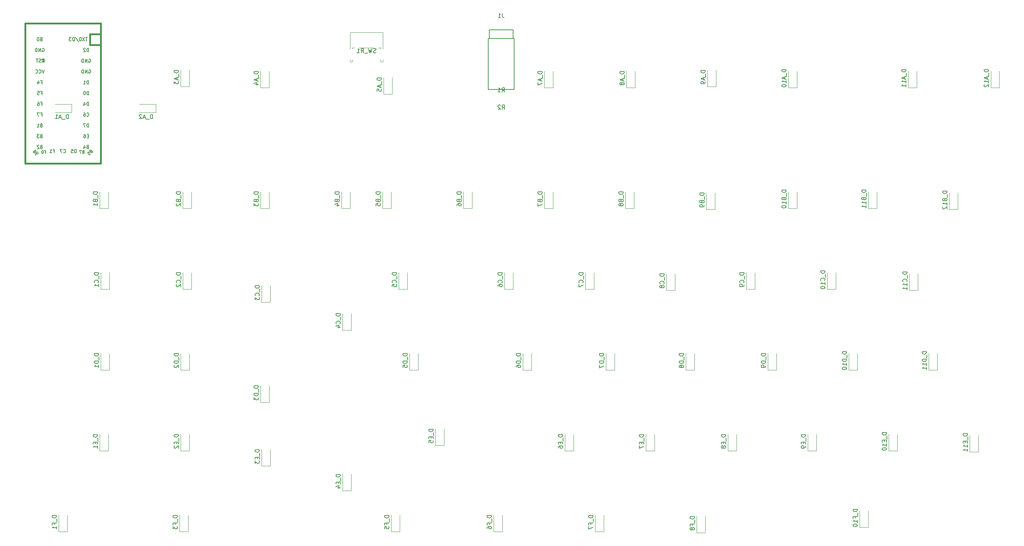
<source format=gbo>
G04 #@! TF.GenerationSoftware,KiCad,Pcbnew,(5.1.4)-1*
G04 #@! TF.CreationDate,2019-10-25T22:15:33-04:00*
G04 #@! TF.ProjectId,Keyboard - Left,4b657962-6f61-4726-9420-2d204c656674,rev?*
G04 #@! TF.SameCoordinates,Original*
G04 #@! TF.FileFunction,Legend,Bot*
G04 #@! TF.FilePolarity,Positive*
%FSLAX46Y46*%
G04 Gerber Fmt 4.6, Leading zero omitted, Abs format (unit mm)*
G04 Created by KiCad (PCBNEW (5.1.4)-1) date 2019-10-25 22:15:33*
%MOMM*%
%LPD*%
G04 APERTURE LIST*
%ADD10C,0.150000*%
%ADD11C,0.120000*%
%ADD12C,0.381000*%
G04 APERTURE END LIST*
D10*
X137920000Y-32766000D02*
X144020000Y-32766000D01*
X137920000Y-44866000D02*
X144020000Y-44866000D01*
X137920000Y-32766000D02*
X137920000Y-44866000D01*
X144020000Y-32766000D02*
X144020000Y-44866000D01*
X138170000Y-32766000D02*
X138170000Y-30766000D01*
X143770000Y-32766000D02*
X143770000Y-30766000D01*
X138170000Y-30766000D02*
X143770000Y-30766000D01*
D11*
X112596000Y-35006000D02*
X112596000Y-35236000D01*
X113116000Y-31336000D02*
X105396000Y-31336000D01*
X105396000Y-31336000D02*
X105396000Y-35236000D01*
X113116000Y-38346000D02*
X112596000Y-38346000D01*
X113116000Y-31336000D02*
X113116000Y-35236000D01*
X105916000Y-35006000D02*
X105916000Y-35236000D01*
X112596000Y-37836000D02*
X112596000Y-38346000D01*
X113116000Y-37836000D02*
X113116000Y-38346000D01*
X106456000Y-35006000D02*
X105916000Y-35006000D01*
X105916000Y-37836000D02*
X105916000Y-38346000D01*
X105916000Y-38346000D02*
X105396000Y-38346000D01*
X105396000Y-37836000D02*
X105396000Y-38346000D01*
X112596000Y-35006000D02*
X112056000Y-35006000D01*
X110956000Y-35006000D02*
X107556000Y-35006000D01*
X39842000Y-48276000D02*
X35942000Y-48276000D01*
X39842000Y-50276000D02*
X35942000Y-50276000D01*
X39842000Y-48276000D02*
X39842000Y-50276000D01*
X59654000Y-48276000D02*
X55754000Y-48276000D01*
X59654000Y-50276000D02*
X55754000Y-50276000D01*
X59654000Y-48276000D02*
X59654000Y-50276000D01*
X67548000Y-44160000D02*
X67548000Y-40260000D01*
X65548000Y-44160000D02*
X65548000Y-40260000D01*
X67548000Y-44160000D02*
X65548000Y-44160000D01*
X86344000Y-44414000D02*
X84344000Y-44414000D01*
X84344000Y-44414000D02*
X84344000Y-40514000D01*
X86344000Y-44414000D02*
X86344000Y-40514000D01*
X115300000Y-45938000D02*
X115300000Y-42038000D01*
X113300000Y-45938000D02*
X113300000Y-42038000D01*
X115300000Y-45938000D02*
X113300000Y-45938000D01*
X153146000Y-44414000D02*
X151146000Y-44414000D01*
X151146000Y-44414000D02*
X151146000Y-40514000D01*
X153146000Y-44414000D02*
X153146000Y-40514000D01*
X172450000Y-44414000D02*
X172450000Y-40514000D01*
X170450000Y-44414000D02*
X170450000Y-40514000D01*
X172450000Y-44414000D02*
X170450000Y-44414000D01*
X191500000Y-44160000D02*
X191500000Y-40260000D01*
X189500000Y-44160000D02*
X189500000Y-40260000D01*
X191500000Y-44160000D02*
X189500000Y-44160000D01*
X210550000Y-44414000D02*
X208550000Y-44414000D01*
X208550000Y-44414000D02*
X208550000Y-40514000D01*
X210550000Y-44414000D02*
X210550000Y-40514000D01*
X238744000Y-44414000D02*
X238744000Y-40514000D01*
X236744000Y-44414000D02*
X236744000Y-40514000D01*
X238744000Y-44414000D02*
X236744000Y-44414000D01*
X258175000Y-44414000D02*
X258175000Y-40514000D01*
X256175000Y-44414000D02*
X256175000Y-40514000D01*
X258175000Y-44414000D02*
X256175000Y-44414000D01*
X48498000Y-72862000D02*
X46498000Y-72862000D01*
X46498000Y-72862000D02*
X46498000Y-68962000D01*
X48498000Y-72862000D02*
X48498000Y-68962000D01*
X68056000Y-72862000D02*
X66056000Y-72862000D01*
X66056000Y-72862000D02*
X66056000Y-68962000D01*
X68056000Y-72862000D02*
X68056000Y-68962000D01*
X86344000Y-72862000D02*
X86344000Y-68962000D01*
X84344000Y-72862000D02*
X84344000Y-68962000D01*
X86344000Y-72862000D02*
X84344000Y-72862000D01*
X105394000Y-72862000D02*
X105394000Y-68962000D01*
X103394000Y-72862000D02*
X103394000Y-68962000D01*
X105394000Y-72862000D02*
X103394000Y-72862000D01*
X115046000Y-72862000D02*
X113046000Y-72862000D01*
X113046000Y-72862000D02*
X113046000Y-68962000D01*
X115046000Y-72862000D02*
X115046000Y-68962000D01*
X134096000Y-72862000D02*
X132096000Y-72862000D01*
X132096000Y-72862000D02*
X132096000Y-68962000D01*
X134096000Y-72862000D02*
X134096000Y-68962000D01*
X153146000Y-72862000D02*
X153146000Y-68962000D01*
X151146000Y-72862000D02*
X151146000Y-68962000D01*
X153146000Y-72862000D02*
X151146000Y-72862000D01*
X172196000Y-72862000D02*
X170196000Y-72862000D01*
X170196000Y-72862000D02*
X170196000Y-68962000D01*
X172196000Y-72862000D02*
X172196000Y-68962000D01*
X191246000Y-73116000D02*
X189246000Y-73116000D01*
X189246000Y-73116000D02*
X189246000Y-69216000D01*
X191246000Y-73116000D02*
X191246000Y-69216000D01*
X210550000Y-72862000D02*
X210550000Y-68962000D01*
X208550000Y-72862000D02*
X208550000Y-68962000D01*
X210550000Y-72862000D02*
X208550000Y-72862000D01*
X229346000Y-72862000D02*
X227346000Y-72862000D01*
X227346000Y-72862000D02*
X227346000Y-68962000D01*
X229346000Y-72862000D02*
X229346000Y-68962000D01*
X248396000Y-73116000D02*
X246396000Y-73116000D01*
X246396000Y-73116000D02*
X246396000Y-69216000D01*
X248396000Y-73116000D02*
X248396000Y-69216000D01*
X48752000Y-91912000D02*
X48752000Y-88012000D01*
X46752000Y-91912000D02*
X46752000Y-88012000D01*
X48752000Y-91912000D02*
X46752000Y-91912000D01*
X68056000Y-91912000D02*
X68056000Y-88012000D01*
X66056000Y-91912000D02*
X66056000Y-88012000D01*
X68056000Y-91912000D02*
X66056000Y-91912000D01*
X86598000Y-94960000D02*
X84598000Y-94960000D01*
X84598000Y-94960000D02*
X84598000Y-91060000D01*
X86598000Y-94960000D02*
X86598000Y-91060000D01*
X105648000Y-101564000D02*
X103648000Y-101564000D01*
X103648000Y-101564000D02*
X103648000Y-97664000D01*
X105648000Y-101564000D02*
X105648000Y-97664000D01*
X118856000Y-91912000D02*
X118856000Y-88012000D01*
X116856000Y-91912000D02*
X116856000Y-88012000D01*
X118856000Y-91912000D02*
X116856000Y-91912000D01*
X143748000Y-91912000D02*
X143748000Y-88012000D01*
X141748000Y-91912000D02*
X141748000Y-88012000D01*
X143748000Y-91912000D02*
X141748000Y-91912000D01*
X162798000Y-91912000D02*
X160798000Y-91912000D01*
X160798000Y-91912000D02*
X160798000Y-88012000D01*
X162798000Y-91912000D02*
X162798000Y-88012000D01*
X181848000Y-92166000D02*
X181848000Y-88266000D01*
X179848000Y-92166000D02*
X179848000Y-88266000D01*
X181848000Y-92166000D02*
X179848000Y-92166000D01*
X200644000Y-91912000D02*
X200644000Y-88012000D01*
X198644000Y-91912000D02*
X198644000Y-88012000D01*
X200644000Y-91912000D02*
X198644000Y-91912000D01*
X219694000Y-91912000D02*
X217694000Y-91912000D01*
X217694000Y-91912000D02*
X217694000Y-88012000D01*
X219694000Y-91912000D02*
X219694000Y-88012000D01*
X238998000Y-92166000D02*
X238998000Y-88266000D01*
X236998000Y-92166000D02*
X236998000Y-88266000D01*
X238998000Y-92166000D02*
X236998000Y-92166000D01*
X48752000Y-110962000D02*
X46752000Y-110962000D01*
X46752000Y-110962000D02*
X46752000Y-107062000D01*
X48752000Y-110962000D02*
X48752000Y-107062000D01*
X67548000Y-110962000D02*
X65548000Y-110962000D01*
X65548000Y-110962000D02*
X65548000Y-107062000D01*
X67548000Y-110962000D02*
X67548000Y-107062000D01*
X86344000Y-118582000D02*
X86344000Y-114682000D01*
X84344000Y-118582000D02*
X84344000Y-114682000D01*
X86344000Y-118582000D02*
X84344000Y-118582000D01*
X121396000Y-110962000D02*
X121396000Y-107062000D01*
X119396000Y-110962000D02*
X119396000Y-107062000D01*
X121396000Y-110962000D02*
X119396000Y-110962000D01*
X148066000Y-110962000D02*
X146066000Y-110962000D01*
X146066000Y-110962000D02*
X146066000Y-107062000D01*
X148066000Y-110962000D02*
X148066000Y-107062000D01*
X167624000Y-110962000D02*
X167624000Y-107062000D01*
X165624000Y-110962000D02*
X165624000Y-107062000D01*
X167624000Y-110962000D02*
X165624000Y-110962000D01*
X186420000Y-110962000D02*
X184420000Y-110962000D01*
X184420000Y-110962000D02*
X184420000Y-107062000D01*
X186420000Y-110962000D02*
X186420000Y-107062000D01*
X205724000Y-110962000D02*
X203724000Y-110962000D01*
X203724000Y-110962000D02*
X203724000Y-107062000D01*
X205724000Y-110962000D02*
X205724000Y-107062000D01*
X224774000Y-110962000D02*
X224774000Y-107062000D01*
X222774000Y-110962000D02*
X222774000Y-107062000D01*
X224774000Y-110962000D02*
X222774000Y-110962000D01*
X243570000Y-110962000D02*
X241570000Y-110962000D01*
X241570000Y-110962000D02*
X241570000Y-107062000D01*
X243570000Y-110962000D02*
X243570000Y-107062000D01*
X48498000Y-130012000D02*
X48498000Y-126112000D01*
X46498000Y-130012000D02*
X46498000Y-126112000D01*
X48498000Y-130012000D02*
X46498000Y-130012000D01*
X67548000Y-130012000D02*
X67548000Y-126112000D01*
X65548000Y-130012000D02*
X65548000Y-126112000D01*
X67548000Y-130012000D02*
X65548000Y-130012000D01*
X86598000Y-133568000D02*
X84598000Y-133568000D01*
X84598000Y-133568000D02*
X84598000Y-129668000D01*
X86598000Y-133568000D02*
X86598000Y-129668000D01*
X105648000Y-139410000D02*
X105648000Y-135510000D01*
X103648000Y-139410000D02*
X103648000Y-135510000D01*
X105648000Y-139410000D02*
X103648000Y-139410000D01*
X127492000Y-128742000D02*
X125492000Y-128742000D01*
X125492000Y-128742000D02*
X125492000Y-124842000D01*
X127492000Y-128742000D02*
X127492000Y-124842000D01*
X157972000Y-130012000D02*
X157972000Y-126112000D01*
X155972000Y-130012000D02*
X155972000Y-126112000D01*
X157972000Y-130012000D02*
X155972000Y-130012000D01*
X177022000Y-130012000D02*
X175022000Y-130012000D01*
X175022000Y-130012000D02*
X175022000Y-126112000D01*
X177022000Y-130012000D02*
X177022000Y-126112000D01*
X196326000Y-130012000D02*
X196326000Y-126112000D01*
X194326000Y-130012000D02*
X194326000Y-126112000D01*
X196326000Y-130012000D02*
X194326000Y-130012000D01*
X215122000Y-130012000D02*
X215122000Y-126112000D01*
X213122000Y-130012000D02*
X213122000Y-126112000D01*
X215122000Y-130012000D02*
X213122000Y-130012000D01*
X234172000Y-130012000D02*
X232172000Y-130012000D01*
X232172000Y-130012000D02*
X232172000Y-126112000D01*
X234172000Y-130012000D02*
X234172000Y-126112000D01*
X253222000Y-130266000D02*
X253222000Y-126366000D01*
X251222000Y-130266000D02*
X251222000Y-126366000D01*
X253222000Y-130266000D02*
X251222000Y-130266000D01*
X38846000Y-149062000D02*
X36846000Y-149062000D01*
X36846000Y-149062000D02*
X36846000Y-145162000D01*
X38846000Y-149062000D02*
X38846000Y-145162000D01*
X67294000Y-149062000D02*
X65294000Y-149062000D01*
X65294000Y-149062000D02*
X65294000Y-145162000D01*
X67294000Y-149062000D02*
X67294000Y-145162000D01*
X117078000Y-149062000D02*
X115078000Y-149062000D01*
X115078000Y-149062000D02*
X115078000Y-145162000D01*
X117078000Y-149062000D02*
X117078000Y-145162000D01*
X141208000Y-149062000D02*
X139208000Y-149062000D01*
X139208000Y-149062000D02*
X139208000Y-145162000D01*
X141208000Y-149062000D02*
X141208000Y-145162000D01*
X165084000Y-149062000D02*
X163084000Y-149062000D01*
X163084000Y-149062000D02*
X163084000Y-145162000D01*
X165084000Y-149062000D02*
X165084000Y-145162000D01*
X188960000Y-149316000D02*
X186960000Y-149316000D01*
X186960000Y-149316000D02*
X186960000Y-145416000D01*
X188960000Y-149316000D02*
X188960000Y-145416000D01*
X227314000Y-148046000D02*
X227314000Y-144146000D01*
X225314000Y-148046000D02*
X225314000Y-144146000D01*
X227314000Y-148046000D02*
X225314000Y-148046000D01*
D12*
X46736000Y-31750000D02*
X46736000Y-62230000D01*
X46736000Y-62230000D02*
X28956000Y-62230000D01*
X28956000Y-62230000D02*
X28956000Y-31750000D01*
X44196000Y-31750000D02*
X44196000Y-34290000D01*
X44196000Y-34290000D02*
X46736000Y-34290000D01*
D10*
G36*
X32914432Y-37629360D02*
G01*
X32914432Y-37929360D01*
X33014432Y-37929360D01*
X33014432Y-37629360D01*
X32914432Y-37629360D01*
G37*
X32914432Y-37629360D02*
X32914432Y-37929360D01*
X33014432Y-37929360D01*
X33014432Y-37629360D01*
X32914432Y-37629360D01*
G36*
X33114432Y-38029360D02*
G01*
X33114432Y-38129360D01*
X33214432Y-38129360D01*
X33214432Y-38029360D01*
X33114432Y-38029360D01*
G37*
X33114432Y-38029360D02*
X33114432Y-38129360D01*
X33214432Y-38129360D01*
X33214432Y-38029360D01*
X33114432Y-38029360D01*
G36*
X32914432Y-37629360D02*
G01*
X32914432Y-37729360D01*
X33414432Y-37729360D01*
X33414432Y-37629360D01*
X32914432Y-37629360D01*
G37*
X32914432Y-37629360D02*
X32914432Y-37729360D01*
X33414432Y-37729360D01*
X33414432Y-37629360D01*
X32914432Y-37629360D01*
G36*
X33314432Y-37629360D02*
G01*
X33314432Y-38429360D01*
X33414432Y-38429360D01*
X33414432Y-37629360D01*
X33314432Y-37629360D01*
G37*
X33314432Y-37629360D02*
X33314432Y-38429360D01*
X33414432Y-38429360D01*
X33414432Y-37629360D01*
X33314432Y-37629360D01*
G36*
X32914432Y-38229360D02*
G01*
X32914432Y-38429360D01*
X33014432Y-38429360D01*
X33014432Y-38229360D01*
X32914432Y-38229360D01*
G37*
X32914432Y-38229360D02*
X32914432Y-38429360D01*
X33014432Y-38429360D01*
X33014432Y-38229360D01*
X32914432Y-38229360D01*
D12*
X28956000Y-31750000D02*
X28956000Y-29210000D01*
X28956000Y-29210000D02*
X46736000Y-29210000D01*
X46736000Y-29210000D02*
X46736000Y-31750000D01*
X44196000Y-31750000D02*
X46736000Y-31750000D01*
D10*
X141253333Y-26868380D02*
X141253333Y-27582666D01*
X141300952Y-27725523D01*
X141396190Y-27820761D01*
X141539047Y-27868380D01*
X141634285Y-27868380D01*
X140253333Y-27868380D02*
X140824761Y-27868380D01*
X140539047Y-27868380D02*
X140539047Y-26868380D01*
X140634285Y-27011238D01*
X140729523Y-27106476D01*
X140824761Y-27154095D01*
X111470285Y-36120761D02*
X111327428Y-36168380D01*
X111089333Y-36168380D01*
X110994095Y-36120761D01*
X110946476Y-36073142D01*
X110898857Y-35977904D01*
X110898857Y-35882666D01*
X110946476Y-35787428D01*
X110994095Y-35739809D01*
X111089333Y-35692190D01*
X111279809Y-35644571D01*
X111375047Y-35596952D01*
X111422666Y-35549333D01*
X111470285Y-35454095D01*
X111470285Y-35358857D01*
X111422666Y-35263619D01*
X111375047Y-35216000D01*
X111279809Y-35168380D01*
X111041714Y-35168380D01*
X110898857Y-35216000D01*
X110565523Y-35168380D02*
X110327428Y-36168380D01*
X110136952Y-35454095D01*
X109946476Y-36168380D01*
X109708380Y-35168380D01*
X109565523Y-36263619D02*
X108803619Y-36263619D01*
X107994095Y-36168380D02*
X108327428Y-35692190D01*
X108565523Y-36168380D02*
X108565523Y-35168380D01*
X108184571Y-35168380D01*
X108089333Y-35216000D01*
X108041714Y-35263619D01*
X107994095Y-35358857D01*
X107994095Y-35501714D01*
X108041714Y-35596952D01*
X108089333Y-35644571D01*
X108184571Y-35692190D01*
X108565523Y-35692190D01*
X107041714Y-36168380D02*
X107613142Y-36168380D01*
X107327428Y-36168380D02*
X107327428Y-35168380D01*
X107422666Y-35311238D01*
X107517904Y-35406476D01*
X107613142Y-35454095D01*
X39139619Y-51728380D02*
X39139619Y-50728380D01*
X38901523Y-50728380D01*
X38758666Y-50776000D01*
X38663428Y-50871238D01*
X38615809Y-50966476D01*
X38568190Y-51156952D01*
X38568190Y-51299809D01*
X38615809Y-51490285D01*
X38663428Y-51585523D01*
X38758666Y-51680761D01*
X38901523Y-51728380D01*
X39139619Y-51728380D01*
X38377714Y-51823619D02*
X37615809Y-51823619D01*
X37425333Y-51442666D02*
X36949142Y-51442666D01*
X37520571Y-51728380D02*
X37187238Y-50728380D01*
X36853904Y-51728380D01*
X35996761Y-51728380D02*
X36568190Y-51728380D01*
X36282476Y-51728380D02*
X36282476Y-50728380D01*
X36377714Y-50871238D01*
X36472952Y-50966476D01*
X36568190Y-51014095D01*
X58951619Y-51728380D02*
X58951619Y-50728380D01*
X58713523Y-50728380D01*
X58570666Y-50776000D01*
X58475428Y-50871238D01*
X58427809Y-50966476D01*
X58380190Y-51156952D01*
X58380190Y-51299809D01*
X58427809Y-51490285D01*
X58475428Y-51585523D01*
X58570666Y-51680761D01*
X58713523Y-51728380D01*
X58951619Y-51728380D01*
X58189714Y-51823619D02*
X57427809Y-51823619D01*
X57237333Y-51442666D02*
X56761142Y-51442666D01*
X57332571Y-51728380D02*
X56999238Y-50728380D01*
X56665904Y-51728380D01*
X56380190Y-50823619D02*
X56332571Y-50776000D01*
X56237333Y-50728380D01*
X55999238Y-50728380D01*
X55904000Y-50776000D01*
X55856380Y-50823619D01*
X55808761Y-50918857D01*
X55808761Y-51014095D01*
X55856380Y-51156952D01*
X56427809Y-51728380D01*
X55808761Y-51728380D01*
X65000380Y-40362380D02*
X64000380Y-40362380D01*
X64000380Y-40600476D01*
X64048000Y-40743333D01*
X64143238Y-40838571D01*
X64238476Y-40886190D01*
X64428952Y-40933809D01*
X64571809Y-40933809D01*
X64762285Y-40886190D01*
X64857523Y-40838571D01*
X64952761Y-40743333D01*
X65000380Y-40600476D01*
X65000380Y-40362380D01*
X65095619Y-41124285D02*
X65095619Y-41886190D01*
X64714666Y-42076666D02*
X64714666Y-42552857D01*
X65000380Y-41981428D02*
X64000380Y-42314761D01*
X65000380Y-42648095D01*
X64000380Y-42886190D02*
X64000380Y-43505238D01*
X64381333Y-43171904D01*
X64381333Y-43314761D01*
X64428952Y-43410000D01*
X64476571Y-43457619D01*
X64571809Y-43505238D01*
X64809904Y-43505238D01*
X64905142Y-43457619D01*
X64952761Y-43410000D01*
X65000380Y-43314761D01*
X65000380Y-43029047D01*
X64952761Y-42933809D01*
X64905142Y-42886190D01*
X83796380Y-40616380D02*
X82796380Y-40616380D01*
X82796380Y-40854476D01*
X82844000Y-40997333D01*
X82939238Y-41092571D01*
X83034476Y-41140190D01*
X83224952Y-41187809D01*
X83367809Y-41187809D01*
X83558285Y-41140190D01*
X83653523Y-41092571D01*
X83748761Y-40997333D01*
X83796380Y-40854476D01*
X83796380Y-40616380D01*
X83891619Y-41378285D02*
X83891619Y-42140190D01*
X83510666Y-42330666D02*
X83510666Y-42806857D01*
X83796380Y-42235428D02*
X82796380Y-42568761D01*
X83796380Y-42902095D01*
X83129714Y-43664000D02*
X83796380Y-43664000D01*
X82748761Y-43425904D02*
X83463047Y-43187809D01*
X83463047Y-43806857D01*
X112752380Y-42140380D02*
X111752380Y-42140380D01*
X111752380Y-42378476D01*
X111800000Y-42521333D01*
X111895238Y-42616571D01*
X111990476Y-42664190D01*
X112180952Y-42711809D01*
X112323809Y-42711809D01*
X112514285Y-42664190D01*
X112609523Y-42616571D01*
X112704761Y-42521333D01*
X112752380Y-42378476D01*
X112752380Y-42140380D01*
X112847619Y-42902285D02*
X112847619Y-43664190D01*
X112466666Y-43854666D02*
X112466666Y-44330857D01*
X112752380Y-43759428D02*
X111752380Y-44092761D01*
X112752380Y-44426095D01*
X111752380Y-45235619D02*
X111752380Y-44759428D01*
X112228571Y-44711809D01*
X112180952Y-44759428D01*
X112133333Y-44854666D01*
X112133333Y-45092761D01*
X112180952Y-45188000D01*
X112228571Y-45235619D01*
X112323809Y-45283238D01*
X112561904Y-45283238D01*
X112657142Y-45235619D01*
X112704761Y-45188000D01*
X112752380Y-45092761D01*
X112752380Y-44854666D01*
X112704761Y-44759428D01*
X112657142Y-44711809D01*
X150598380Y-40616380D02*
X149598380Y-40616380D01*
X149598380Y-40854476D01*
X149646000Y-40997333D01*
X149741238Y-41092571D01*
X149836476Y-41140190D01*
X150026952Y-41187809D01*
X150169809Y-41187809D01*
X150360285Y-41140190D01*
X150455523Y-41092571D01*
X150550761Y-40997333D01*
X150598380Y-40854476D01*
X150598380Y-40616380D01*
X150693619Y-41378285D02*
X150693619Y-42140190D01*
X150312666Y-42330666D02*
X150312666Y-42806857D01*
X150598380Y-42235428D02*
X149598380Y-42568761D01*
X150598380Y-42902095D01*
X149598380Y-43140190D02*
X149598380Y-43806857D01*
X150598380Y-43378285D01*
X169902380Y-40616380D02*
X168902380Y-40616380D01*
X168902380Y-40854476D01*
X168950000Y-40997333D01*
X169045238Y-41092571D01*
X169140476Y-41140190D01*
X169330952Y-41187809D01*
X169473809Y-41187809D01*
X169664285Y-41140190D01*
X169759523Y-41092571D01*
X169854761Y-40997333D01*
X169902380Y-40854476D01*
X169902380Y-40616380D01*
X169997619Y-41378285D02*
X169997619Y-42140190D01*
X169616666Y-42330666D02*
X169616666Y-42806857D01*
X169902380Y-42235428D02*
X168902380Y-42568761D01*
X169902380Y-42902095D01*
X169330952Y-43378285D02*
X169283333Y-43283047D01*
X169235714Y-43235428D01*
X169140476Y-43187809D01*
X169092857Y-43187809D01*
X168997619Y-43235428D01*
X168950000Y-43283047D01*
X168902380Y-43378285D01*
X168902380Y-43568761D01*
X168950000Y-43664000D01*
X168997619Y-43711619D01*
X169092857Y-43759238D01*
X169140476Y-43759238D01*
X169235714Y-43711619D01*
X169283333Y-43664000D01*
X169330952Y-43568761D01*
X169330952Y-43378285D01*
X169378571Y-43283047D01*
X169426190Y-43235428D01*
X169521428Y-43187809D01*
X169711904Y-43187809D01*
X169807142Y-43235428D01*
X169854761Y-43283047D01*
X169902380Y-43378285D01*
X169902380Y-43568761D01*
X169854761Y-43664000D01*
X169807142Y-43711619D01*
X169711904Y-43759238D01*
X169521428Y-43759238D01*
X169426190Y-43711619D01*
X169378571Y-43664000D01*
X169330952Y-43568761D01*
X188952380Y-40362380D02*
X187952380Y-40362380D01*
X187952380Y-40600476D01*
X188000000Y-40743333D01*
X188095238Y-40838571D01*
X188190476Y-40886190D01*
X188380952Y-40933809D01*
X188523809Y-40933809D01*
X188714285Y-40886190D01*
X188809523Y-40838571D01*
X188904761Y-40743333D01*
X188952380Y-40600476D01*
X188952380Y-40362380D01*
X189047619Y-41124285D02*
X189047619Y-41886190D01*
X188666666Y-42076666D02*
X188666666Y-42552857D01*
X188952380Y-41981428D02*
X187952380Y-42314761D01*
X188952380Y-42648095D01*
X188952380Y-43029047D02*
X188952380Y-43219523D01*
X188904761Y-43314761D01*
X188857142Y-43362380D01*
X188714285Y-43457619D01*
X188523809Y-43505238D01*
X188142857Y-43505238D01*
X188047619Y-43457619D01*
X188000000Y-43410000D01*
X187952380Y-43314761D01*
X187952380Y-43124285D01*
X188000000Y-43029047D01*
X188047619Y-42981428D01*
X188142857Y-42933809D01*
X188380952Y-42933809D01*
X188476190Y-42981428D01*
X188523809Y-43029047D01*
X188571428Y-43124285D01*
X188571428Y-43314761D01*
X188523809Y-43410000D01*
X188476190Y-43457619D01*
X188380952Y-43505238D01*
X208002380Y-40140190D02*
X207002380Y-40140190D01*
X207002380Y-40378285D01*
X207050000Y-40521142D01*
X207145238Y-40616380D01*
X207240476Y-40664000D01*
X207430952Y-40711619D01*
X207573809Y-40711619D01*
X207764285Y-40664000D01*
X207859523Y-40616380D01*
X207954761Y-40521142D01*
X208002380Y-40378285D01*
X208002380Y-40140190D01*
X208097619Y-40902095D02*
X208097619Y-41664000D01*
X207716666Y-41854476D02*
X207716666Y-42330666D01*
X208002380Y-41759238D02*
X207002380Y-42092571D01*
X208002380Y-42425904D01*
X208002380Y-43283047D02*
X208002380Y-42711619D01*
X208002380Y-42997333D02*
X207002380Y-42997333D01*
X207145238Y-42902095D01*
X207240476Y-42806857D01*
X207288095Y-42711619D01*
X207002380Y-43902095D02*
X207002380Y-43997333D01*
X207050000Y-44092571D01*
X207097619Y-44140190D01*
X207192857Y-44187809D01*
X207383333Y-44235428D01*
X207621428Y-44235428D01*
X207811904Y-44187809D01*
X207907142Y-44140190D01*
X207954761Y-44092571D01*
X208002380Y-43997333D01*
X208002380Y-43902095D01*
X207954761Y-43806857D01*
X207907142Y-43759238D01*
X207811904Y-43711619D01*
X207621428Y-43664000D01*
X207383333Y-43664000D01*
X207192857Y-43711619D01*
X207097619Y-43759238D01*
X207050000Y-43806857D01*
X207002380Y-43902095D01*
X236196380Y-40140190D02*
X235196380Y-40140190D01*
X235196380Y-40378285D01*
X235244000Y-40521142D01*
X235339238Y-40616380D01*
X235434476Y-40664000D01*
X235624952Y-40711619D01*
X235767809Y-40711619D01*
X235958285Y-40664000D01*
X236053523Y-40616380D01*
X236148761Y-40521142D01*
X236196380Y-40378285D01*
X236196380Y-40140190D01*
X236291619Y-40902095D02*
X236291619Y-41664000D01*
X235910666Y-41854476D02*
X235910666Y-42330666D01*
X236196380Y-41759238D02*
X235196380Y-42092571D01*
X236196380Y-42425904D01*
X236196380Y-43283047D02*
X236196380Y-42711619D01*
X236196380Y-42997333D02*
X235196380Y-42997333D01*
X235339238Y-42902095D01*
X235434476Y-42806857D01*
X235482095Y-42711619D01*
X236196380Y-44235428D02*
X236196380Y-43664000D01*
X236196380Y-43949714D02*
X235196380Y-43949714D01*
X235339238Y-43854476D01*
X235434476Y-43759238D01*
X235482095Y-43664000D01*
X255627380Y-40140190D02*
X254627380Y-40140190D01*
X254627380Y-40378285D01*
X254675000Y-40521142D01*
X254770238Y-40616380D01*
X254865476Y-40664000D01*
X255055952Y-40711619D01*
X255198809Y-40711619D01*
X255389285Y-40664000D01*
X255484523Y-40616380D01*
X255579761Y-40521142D01*
X255627380Y-40378285D01*
X255627380Y-40140190D01*
X255722619Y-40902095D02*
X255722619Y-41664000D01*
X255341666Y-41854476D02*
X255341666Y-42330666D01*
X255627380Y-41759238D02*
X254627380Y-42092571D01*
X255627380Y-42425904D01*
X255627380Y-43283047D02*
X255627380Y-42711619D01*
X255627380Y-42997333D02*
X254627380Y-42997333D01*
X254770238Y-42902095D01*
X254865476Y-42806857D01*
X254913095Y-42711619D01*
X254722619Y-43664000D02*
X254675000Y-43711619D01*
X254627380Y-43806857D01*
X254627380Y-44044952D01*
X254675000Y-44140190D01*
X254722619Y-44187809D01*
X254817857Y-44235428D01*
X254913095Y-44235428D01*
X255055952Y-44187809D01*
X255627380Y-43616380D01*
X255627380Y-44235428D01*
X45950380Y-68992952D02*
X44950380Y-68992952D01*
X44950380Y-69231047D01*
X44998000Y-69373904D01*
X45093238Y-69469142D01*
X45188476Y-69516761D01*
X45378952Y-69564380D01*
X45521809Y-69564380D01*
X45712285Y-69516761D01*
X45807523Y-69469142D01*
X45902761Y-69373904D01*
X45950380Y-69231047D01*
X45950380Y-68992952D01*
X46045619Y-69754857D02*
X46045619Y-70516761D01*
X45426571Y-71088190D02*
X45474190Y-71231047D01*
X45521809Y-71278666D01*
X45617047Y-71326285D01*
X45759904Y-71326285D01*
X45855142Y-71278666D01*
X45902761Y-71231047D01*
X45950380Y-71135809D01*
X45950380Y-70754857D01*
X44950380Y-70754857D01*
X44950380Y-71088190D01*
X44998000Y-71183428D01*
X45045619Y-71231047D01*
X45140857Y-71278666D01*
X45236095Y-71278666D01*
X45331333Y-71231047D01*
X45378952Y-71183428D01*
X45426571Y-71088190D01*
X45426571Y-70754857D01*
X45950380Y-72278666D02*
X45950380Y-71707238D01*
X45950380Y-71992952D02*
X44950380Y-71992952D01*
X45093238Y-71897714D01*
X45188476Y-71802476D01*
X45236095Y-71707238D01*
X65508380Y-68992952D02*
X64508380Y-68992952D01*
X64508380Y-69231047D01*
X64556000Y-69373904D01*
X64651238Y-69469142D01*
X64746476Y-69516761D01*
X64936952Y-69564380D01*
X65079809Y-69564380D01*
X65270285Y-69516761D01*
X65365523Y-69469142D01*
X65460761Y-69373904D01*
X65508380Y-69231047D01*
X65508380Y-68992952D01*
X65603619Y-69754857D02*
X65603619Y-70516761D01*
X64984571Y-71088190D02*
X65032190Y-71231047D01*
X65079809Y-71278666D01*
X65175047Y-71326285D01*
X65317904Y-71326285D01*
X65413142Y-71278666D01*
X65460761Y-71231047D01*
X65508380Y-71135809D01*
X65508380Y-70754857D01*
X64508380Y-70754857D01*
X64508380Y-71088190D01*
X64556000Y-71183428D01*
X64603619Y-71231047D01*
X64698857Y-71278666D01*
X64794095Y-71278666D01*
X64889333Y-71231047D01*
X64936952Y-71183428D01*
X64984571Y-71088190D01*
X64984571Y-70754857D01*
X64603619Y-71707238D02*
X64556000Y-71754857D01*
X64508380Y-71850095D01*
X64508380Y-72088190D01*
X64556000Y-72183428D01*
X64603619Y-72231047D01*
X64698857Y-72278666D01*
X64794095Y-72278666D01*
X64936952Y-72231047D01*
X65508380Y-71659619D01*
X65508380Y-72278666D01*
X83796380Y-68992952D02*
X82796380Y-68992952D01*
X82796380Y-69231047D01*
X82844000Y-69373904D01*
X82939238Y-69469142D01*
X83034476Y-69516761D01*
X83224952Y-69564380D01*
X83367809Y-69564380D01*
X83558285Y-69516761D01*
X83653523Y-69469142D01*
X83748761Y-69373904D01*
X83796380Y-69231047D01*
X83796380Y-68992952D01*
X83891619Y-69754857D02*
X83891619Y-70516761D01*
X83272571Y-71088190D02*
X83320190Y-71231047D01*
X83367809Y-71278666D01*
X83463047Y-71326285D01*
X83605904Y-71326285D01*
X83701142Y-71278666D01*
X83748761Y-71231047D01*
X83796380Y-71135809D01*
X83796380Y-70754857D01*
X82796380Y-70754857D01*
X82796380Y-71088190D01*
X82844000Y-71183428D01*
X82891619Y-71231047D01*
X82986857Y-71278666D01*
X83082095Y-71278666D01*
X83177333Y-71231047D01*
X83224952Y-71183428D01*
X83272571Y-71088190D01*
X83272571Y-70754857D01*
X82796380Y-71659619D02*
X82796380Y-72278666D01*
X83177333Y-71945333D01*
X83177333Y-72088190D01*
X83224952Y-72183428D01*
X83272571Y-72231047D01*
X83367809Y-72278666D01*
X83605904Y-72278666D01*
X83701142Y-72231047D01*
X83748761Y-72183428D01*
X83796380Y-72088190D01*
X83796380Y-71802476D01*
X83748761Y-71707238D01*
X83701142Y-71659619D01*
X102846380Y-68992952D02*
X101846380Y-68992952D01*
X101846380Y-69231047D01*
X101894000Y-69373904D01*
X101989238Y-69469142D01*
X102084476Y-69516761D01*
X102274952Y-69564380D01*
X102417809Y-69564380D01*
X102608285Y-69516761D01*
X102703523Y-69469142D01*
X102798761Y-69373904D01*
X102846380Y-69231047D01*
X102846380Y-68992952D01*
X102941619Y-69754857D02*
X102941619Y-70516761D01*
X102322571Y-71088190D02*
X102370190Y-71231047D01*
X102417809Y-71278666D01*
X102513047Y-71326285D01*
X102655904Y-71326285D01*
X102751142Y-71278666D01*
X102798761Y-71231047D01*
X102846380Y-71135809D01*
X102846380Y-70754857D01*
X101846380Y-70754857D01*
X101846380Y-71088190D01*
X101894000Y-71183428D01*
X101941619Y-71231047D01*
X102036857Y-71278666D01*
X102132095Y-71278666D01*
X102227333Y-71231047D01*
X102274952Y-71183428D01*
X102322571Y-71088190D01*
X102322571Y-70754857D01*
X102179714Y-72183428D02*
X102846380Y-72183428D01*
X101798761Y-71945333D02*
X102513047Y-71707238D01*
X102513047Y-72326285D01*
X112498380Y-68992952D02*
X111498380Y-68992952D01*
X111498380Y-69231047D01*
X111546000Y-69373904D01*
X111641238Y-69469142D01*
X111736476Y-69516761D01*
X111926952Y-69564380D01*
X112069809Y-69564380D01*
X112260285Y-69516761D01*
X112355523Y-69469142D01*
X112450761Y-69373904D01*
X112498380Y-69231047D01*
X112498380Y-68992952D01*
X112593619Y-69754857D02*
X112593619Y-70516761D01*
X111974571Y-71088190D02*
X112022190Y-71231047D01*
X112069809Y-71278666D01*
X112165047Y-71326285D01*
X112307904Y-71326285D01*
X112403142Y-71278666D01*
X112450761Y-71231047D01*
X112498380Y-71135809D01*
X112498380Y-70754857D01*
X111498380Y-70754857D01*
X111498380Y-71088190D01*
X111546000Y-71183428D01*
X111593619Y-71231047D01*
X111688857Y-71278666D01*
X111784095Y-71278666D01*
X111879333Y-71231047D01*
X111926952Y-71183428D01*
X111974571Y-71088190D01*
X111974571Y-70754857D01*
X111498380Y-72231047D02*
X111498380Y-71754857D01*
X111974571Y-71707238D01*
X111926952Y-71754857D01*
X111879333Y-71850095D01*
X111879333Y-72088190D01*
X111926952Y-72183428D01*
X111974571Y-72231047D01*
X112069809Y-72278666D01*
X112307904Y-72278666D01*
X112403142Y-72231047D01*
X112450761Y-72183428D01*
X112498380Y-72088190D01*
X112498380Y-71850095D01*
X112450761Y-71754857D01*
X112403142Y-71707238D01*
X131548380Y-68992952D02*
X130548380Y-68992952D01*
X130548380Y-69231047D01*
X130596000Y-69373904D01*
X130691238Y-69469142D01*
X130786476Y-69516761D01*
X130976952Y-69564380D01*
X131119809Y-69564380D01*
X131310285Y-69516761D01*
X131405523Y-69469142D01*
X131500761Y-69373904D01*
X131548380Y-69231047D01*
X131548380Y-68992952D01*
X131643619Y-69754857D02*
X131643619Y-70516761D01*
X131024571Y-71088190D02*
X131072190Y-71231047D01*
X131119809Y-71278666D01*
X131215047Y-71326285D01*
X131357904Y-71326285D01*
X131453142Y-71278666D01*
X131500761Y-71231047D01*
X131548380Y-71135809D01*
X131548380Y-70754857D01*
X130548380Y-70754857D01*
X130548380Y-71088190D01*
X130596000Y-71183428D01*
X130643619Y-71231047D01*
X130738857Y-71278666D01*
X130834095Y-71278666D01*
X130929333Y-71231047D01*
X130976952Y-71183428D01*
X131024571Y-71088190D01*
X131024571Y-70754857D01*
X130548380Y-72183428D02*
X130548380Y-71992952D01*
X130596000Y-71897714D01*
X130643619Y-71850095D01*
X130786476Y-71754857D01*
X130976952Y-71707238D01*
X131357904Y-71707238D01*
X131453142Y-71754857D01*
X131500761Y-71802476D01*
X131548380Y-71897714D01*
X131548380Y-72088190D01*
X131500761Y-72183428D01*
X131453142Y-72231047D01*
X131357904Y-72278666D01*
X131119809Y-72278666D01*
X131024571Y-72231047D01*
X130976952Y-72183428D01*
X130929333Y-72088190D01*
X130929333Y-71897714D01*
X130976952Y-71802476D01*
X131024571Y-71754857D01*
X131119809Y-71707238D01*
X150598380Y-68992952D02*
X149598380Y-68992952D01*
X149598380Y-69231047D01*
X149646000Y-69373904D01*
X149741238Y-69469142D01*
X149836476Y-69516761D01*
X150026952Y-69564380D01*
X150169809Y-69564380D01*
X150360285Y-69516761D01*
X150455523Y-69469142D01*
X150550761Y-69373904D01*
X150598380Y-69231047D01*
X150598380Y-68992952D01*
X150693619Y-69754857D02*
X150693619Y-70516761D01*
X150074571Y-71088190D02*
X150122190Y-71231047D01*
X150169809Y-71278666D01*
X150265047Y-71326285D01*
X150407904Y-71326285D01*
X150503142Y-71278666D01*
X150550761Y-71231047D01*
X150598380Y-71135809D01*
X150598380Y-70754857D01*
X149598380Y-70754857D01*
X149598380Y-71088190D01*
X149646000Y-71183428D01*
X149693619Y-71231047D01*
X149788857Y-71278666D01*
X149884095Y-71278666D01*
X149979333Y-71231047D01*
X150026952Y-71183428D01*
X150074571Y-71088190D01*
X150074571Y-70754857D01*
X149598380Y-71659619D02*
X149598380Y-72326285D01*
X150598380Y-71897714D01*
X169648380Y-68992952D02*
X168648380Y-68992952D01*
X168648380Y-69231047D01*
X168696000Y-69373904D01*
X168791238Y-69469142D01*
X168886476Y-69516761D01*
X169076952Y-69564380D01*
X169219809Y-69564380D01*
X169410285Y-69516761D01*
X169505523Y-69469142D01*
X169600761Y-69373904D01*
X169648380Y-69231047D01*
X169648380Y-68992952D01*
X169743619Y-69754857D02*
X169743619Y-70516761D01*
X169124571Y-71088190D02*
X169172190Y-71231047D01*
X169219809Y-71278666D01*
X169315047Y-71326285D01*
X169457904Y-71326285D01*
X169553142Y-71278666D01*
X169600761Y-71231047D01*
X169648380Y-71135809D01*
X169648380Y-70754857D01*
X168648380Y-70754857D01*
X168648380Y-71088190D01*
X168696000Y-71183428D01*
X168743619Y-71231047D01*
X168838857Y-71278666D01*
X168934095Y-71278666D01*
X169029333Y-71231047D01*
X169076952Y-71183428D01*
X169124571Y-71088190D01*
X169124571Y-70754857D01*
X169076952Y-71897714D02*
X169029333Y-71802476D01*
X168981714Y-71754857D01*
X168886476Y-71707238D01*
X168838857Y-71707238D01*
X168743619Y-71754857D01*
X168696000Y-71802476D01*
X168648380Y-71897714D01*
X168648380Y-72088190D01*
X168696000Y-72183428D01*
X168743619Y-72231047D01*
X168838857Y-72278666D01*
X168886476Y-72278666D01*
X168981714Y-72231047D01*
X169029333Y-72183428D01*
X169076952Y-72088190D01*
X169076952Y-71897714D01*
X169124571Y-71802476D01*
X169172190Y-71754857D01*
X169267428Y-71707238D01*
X169457904Y-71707238D01*
X169553142Y-71754857D01*
X169600761Y-71802476D01*
X169648380Y-71897714D01*
X169648380Y-72088190D01*
X169600761Y-72183428D01*
X169553142Y-72231047D01*
X169457904Y-72278666D01*
X169267428Y-72278666D01*
X169172190Y-72231047D01*
X169124571Y-72183428D01*
X169076952Y-72088190D01*
X188698380Y-69246952D02*
X187698380Y-69246952D01*
X187698380Y-69485047D01*
X187746000Y-69627904D01*
X187841238Y-69723142D01*
X187936476Y-69770761D01*
X188126952Y-69818380D01*
X188269809Y-69818380D01*
X188460285Y-69770761D01*
X188555523Y-69723142D01*
X188650761Y-69627904D01*
X188698380Y-69485047D01*
X188698380Y-69246952D01*
X188793619Y-70008857D02*
X188793619Y-70770761D01*
X188174571Y-71342190D02*
X188222190Y-71485047D01*
X188269809Y-71532666D01*
X188365047Y-71580285D01*
X188507904Y-71580285D01*
X188603142Y-71532666D01*
X188650761Y-71485047D01*
X188698380Y-71389809D01*
X188698380Y-71008857D01*
X187698380Y-71008857D01*
X187698380Y-71342190D01*
X187746000Y-71437428D01*
X187793619Y-71485047D01*
X187888857Y-71532666D01*
X187984095Y-71532666D01*
X188079333Y-71485047D01*
X188126952Y-71437428D01*
X188174571Y-71342190D01*
X188174571Y-71008857D01*
X188698380Y-72056476D02*
X188698380Y-72246952D01*
X188650761Y-72342190D01*
X188603142Y-72389809D01*
X188460285Y-72485047D01*
X188269809Y-72532666D01*
X187888857Y-72532666D01*
X187793619Y-72485047D01*
X187746000Y-72437428D01*
X187698380Y-72342190D01*
X187698380Y-72151714D01*
X187746000Y-72056476D01*
X187793619Y-72008857D01*
X187888857Y-71961238D01*
X188126952Y-71961238D01*
X188222190Y-72008857D01*
X188269809Y-72056476D01*
X188317428Y-72151714D01*
X188317428Y-72342190D01*
X188269809Y-72437428D01*
X188222190Y-72485047D01*
X188126952Y-72532666D01*
X208002380Y-68516761D02*
X207002380Y-68516761D01*
X207002380Y-68754857D01*
X207050000Y-68897714D01*
X207145238Y-68992952D01*
X207240476Y-69040571D01*
X207430952Y-69088190D01*
X207573809Y-69088190D01*
X207764285Y-69040571D01*
X207859523Y-68992952D01*
X207954761Y-68897714D01*
X208002380Y-68754857D01*
X208002380Y-68516761D01*
X208097619Y-69278666D02*
X208097619Y-70040571D01*
X207478571Y-70612000D02*
X207526190Y-70754857D01*
X207573809Y-70802476D01*
X207669047Y-70850095D01*
X207811904Y-70850095D01*
X207907142Y-70802476D01*
X207954761Y-70754857D01*
X208002380Y-70659619D01*
X208002380Y-70278666D01*
X207002380Y-70278666D01*
X207002380Y-70612000D01*
X207050000Y-70707238D01*
X207097619Y-70754857D01*
X207192857Y-70802476D01*
X207288095Y-70802476D01*
X207383333Y-70754857D01*
X207430952Y-70707238D01*
X207478571Y-70612000D01*
X207478571Y-70278666D01*
X208002380Y-71802476D02*
X208002380Y-71231047D01*
X208002380Y-71516761D02*
X207002380Y-71516761D01*
X207145238Y-71421523D01*
X207240476Y-71326285D01*
X207288095Y-71231047D01*
X207002380Y-72421523D02*
X207002380Y-72516761D01*
X207050000Y-72612000D01*
X207097619Y-72659619D01*
X207192857Y-72707238D01*
X207383333Y-72754857D01*
X207621428Y-72754857D01*
X207811904Y-72707238D01*
X207907142Y-72659619D01*
X207954761Y-72612000D01*
X208002380Y-72516761D01*
X208002380Y-72421523D01*
X207954761Y-72326285D01*
X207907142Y-72278666D01*
X207811904Y-72231047D01*
X207621428Y-72183428D01*
X207383333Y-72183428D01*
X207192857Y-72231047D01*
X207097619Y-72278666D01*
X207050000Y-72326285D01*
X207002380Y-72421523D01*
X226798380Y-68516761D02*
X225798380Y-68516761D01*
X225798380Y-68754857D01*
X225846000Y-68897714D01*
X225941238Y-68992952D01*
X226036476Y-69040571D01*
X226226952Y-69088190D01*
X226369809Y-69088190D01*
X226560285Y-69040571D01*
X226655523Y-68992952D01*
X226750761Y-68897714D01*
X226798380Y-68754857D01*
X226798380Y-68516761D01*
X226893619Y-69278666D02*
X226893619Y-70040571D01*
X226274571Y-70612000D02*
X226322190Y-70754857D01*
X226369809Y-70802476D01*
X226465047Y-70850095D01*
X226607904Y-70850095D01*
X226703142Y-70802476D01*
X226750761Y-70754857D01*
X226798380Y-70659619D01*
X226798380Y-70278666D01*
X225798380Y-70278666D01*
X225798380Y-70612000D01*
X225846000Y-70707238D01*
X225893619Y-70754857D01*
X225988857Y-70802476D01*
X226084095Y-70802476D01*
X226179333Y-70754857D01*
X226226952Y-70707238D01*
X226274571Y-70612000D01*
X226274571Y-70278666D01*
X226798380Y-71802476D02*
X226798380Y-71231047D01*
X226798380Y-71516761D02*
X225798380Y-71516761D01*
X225941238Y-71421523D01*
X226036476Y-71326285D01*
X226084095Y-71231047D01*
X226798380Y-72754857D02*
X226798380Y-72183428D01*
X226798380Y-72469142D02*
X225798380Y-72469142D01*
X225941238Y-72373904D01*
X226036476Y-72278666D01*
X226084095Y-72183428D01*
X245848380Y-68770761D02*
X244848380Y-68770761D01*
X244848380Y-69008857D01*
X244896000Y-69151714D01*
X244991238Y-69246952D01*
X245086476Y-69294571D01*
X245276952Y-69342190D01*
X245419809Y-69342190D01*
X245610285Y-69294571D01*
X245705523Y-69246952D01*
X245800761Y-69151714D01*
X245848380Y-69008857D01*
X245848380Y-68770761D01*
X245943619Y-69532666D02*
X245943619Y-70294571D01*
X245324571Y-70866000D02*
X245372190Y-71008857D01*
X245419809Y-71056476D01*
X245515047Y-71104095D01*
X245657904Y-71104095D01*
X245753142Y-71056476D01*
X245800761Y-71008857D01*
X245848380Y-70913619D01*
X245848380Y-70532666D01*
X244848380Y-70532666D01*
X244848380Y-70866000D01*
X244896000Y-70961238D01*
X244943619Y-71008857D01*
X245038857Y-71056476D01*
X245134095Y-71056476D01*
X245229333Y-71008857D01*
X245276952Y-70961238D01*
X245324571Y-70866000D01*
X245324571Y-70532666D01*
X245848380Y-72056476D02*
X245848380Y-71485047D01*
X245848380Y-71770761D02*
X244848380Y-71770761D01*
X244991238Y-71675523D01*
X245086476Y-71580285D01*
X245134095Y-71485047D01*
X244943619Y-72437428D02*
X244896000Y-72485047D01*
X244848380Y-72580285D01*
X244848380Y-72818380D01*
X244896000Y-72913619D01*
X244943619Y-72961238D01*
X245038857Y-73008857D01*
X245134095Y-73008857D01*
X245276952Y-72961238D01*
X245848380Y-72389809D01*
X245848380Y-73008857D01*
X46204380Y-88042952D02*
X45204380Y-88042952D01*
X45204380Y-88281047D01*
X45252000Y-88423904D01*
X45347238Y-88519142D01*
X45442476Y-88566761D01*
X45632952Y-88614380D01*
X45775809Y-88614380D01*
X45966285Y-88566761D01*
X46061523Y-88519142D01*
X46156761Y-88423904D01*
X46204380Y-88281047D01*
X46204380Y-88042952D01*
X46299619Y-88804857D02*
X46299619Y-89566761D01*
X46109142Y-90376285D02*
X46156761Y-90328666D01*
X46204380Y-90185809D01*
X46204380Y-90090571D01*
X46156761Y-89947714D01*
X46061523Y-89852476D01*
X45966285Y-89804857D01*
X45775809Y-89757238D01*
X45632952Y-89757238D01*
X45442476Y-89804857D01*
X45347238Y-89852476D01*
X45252000Y-89947714D01*
X45204380Y-90090571D01*
X45204380Y-90185809D01*
X45252000Y-90328666D01*
X45299619Y-90376285D01*
X46204380Y-91328666D02*
X46204380Y-90757238D01*
X46204380Y-91042952D02*
X45204380Y-91042952D01*
X45347238Y-90947714D01*
X45442476Y-90852476D01*
X45490095Y-90757238D01*
X65508380Y-88042952D02*
X64508380Y-88042952D01*
X64508380Y-88281047D01*
X64556000Y-88423904D01*
X64651238Y-88519142D01*
X64746476Y-88566761D01*
X64936952Y-88614380D01*
X65079809Y-88614380D01*
X65270285Y-88566761D01*
X65365523Y-88519142D01*
X65460761Y-88423904D01*
X65508380Y-88281047D01*
X65508380Y-88042952D01*
X65603619Y-88804857D02*
X65603619Y-89566761D01*
X65413142Y-90376285D02*
X65460761Y-90328666D01*
X65508380Y-90185809D01*
X65508380Y-90090571D01*
X65460761Y-89947714D01*
X65365523Y-89852476D01*
X65270285Y-89804857D01*
X65079809Y-89757238D01*
X64936952Y-89757238D01*
X64746476Y-89804857D01*
X64651238Y-89852476D01*
X64556000Y-89947714D01*
X64508380Y-90090571D01*
X64508380Y-90185809D01*
X64556000Y-90328666D01*
X64603619Y-90376285D01*
X64603619Y-90757238D02*
X64556000Y-90804857D01*
X64508380Y-90900095D01*
X64508380Y-91138190D01*
X64556000Y-91233428D01*
X64603619Y-91281047D01*
X64698857Y-91328666D01*
X64794095Y-91328666D01*
X64936952Y-91281047D01*
X65508380Y-90709619D01*
X65508380Y-91328666D01*
X84050380Y-91090952D02*
X83050380Y-91090952D01*
X83050380Y-91329047D01*
X83098000Y-91471904D01*
X83193238Y-91567142D01*
X83288476Y-91614761D01*
X83478952Y-91662380D01*
X83621809Y-91662380D01*
X83812285Y-91614761D01*
X83907523Y-91567142D01*
X84002761Y-91471904D01*
X84050380Y-91329047D01*
X84050380Y-91090952D01*
X84145619Y-91852857D02*
X84145619Y-92614761D01*
X83955142Y-93424285D02*
X84002761Y-93376666D01*
X84050380Y-93233809D01*
X84050380Y-93138571D01*
X84002761Y-92995714D01*
X83907523Y-92900476D01*
X83812285Y-92852857D01*
X83621809Y-92805238D01*
X83478952Y-92805238D01*
X83288476Y-92852857D01*
X83193238Y-92900476D01*
X83098000Y-92995714D01*
X83050380Y-93138571D01*
X83050380Y-93233809D01*
X83098000Y-93376666D01*
X83145619Y-93424285D01*
X83050380Y-93757619D02*
X83050380Y-94376666D01*
X83431333Y-94043333D01*
X83431333Y-94186190D01*
X83478952Y-94281428D01*
X83526571Y-94329047D01*
X83621809Y-94376666D01*
X83859904Y-94376666D01*
X83955142Y-94329047D01*
X84002761Y-94281428D01*
X84050380Y-94186190D01*
X84050380Y-93900476D01*
X84002761Y-93805238D01*
X83955142Y-93757619D01*
X103100380Y-97694952D02*
X102100380Y-97694952D01*
X102100380Y-97933047D01*
X102148000Y-98075904D01*
X102243238Y-98171142D01*
X102338476Y-98218761D01*
X102528952Y-98266380D01*
X102671809Y-98266380D01*
X102862285Y-98218761D01*
X102957523Y-98171142D01*
X103052761Y-98075904D01*
X103100380Y-97933047D01*
X103100380Y-97694952D01*
X103195619Y-98456857D02*
X103195619Y-99218761D01*
X103005142Y-100028285D02*
X103052761Y-99980666D01*
X103100380Y-99837809D01*
X103100380Y-99742571D01*
X103052761Y-99599714D01*
X102957523Y-99504476D01*
X102862285Y-99456857D01*
X102671809Y-99409238D01*
X102528952Y-99409238D01*
X102338476Y-99456857D01*
X102243238Y-99504476D01*
X102148000Y-99599714D01*
X102100380Y-99742571D01*
X102100380Y-99837809D01*
X102148000Y-99980666D01*
X102195619Y-100028285D01*
X102433714Y-100885428D02*
X103100380Y-100885428D01*
X102052761Y-100647333D02*
X102767047Y-100409238D01*
X102767047Y-101028285D01*
X116308380Y-88042952D02*
X115308380Y-88042952D01*
X115308380Y-88281047D01*
X115356000Y-88423904D01*
X115451238Y-88519142D01*
X115546476Y-88566761D01*
X115736952Y-88614380D01*
X115879809Y-88614380D01*
X116070285Y-88566761D01*
X116165523Y-88519142D01*
X116260761Y-88423904D01*
X116308380Y-88281047D01*
X116308380Y-88042952D01*
X116403619Y-88804857D02*
X116403619Y-89566761D01*
X116213142Y-90376285D02*
X116260761Y-90328666D01*
X116308380Y-90185809D01*
X116308380Y-90090571D01*
X116260761Y-89947714D01*
X116165523Y-89852476D01*
X116070285Y-89804857D01*
X115879809Y-89757238D01*
X115736952Y-89757238D01*
X115546476Y-89804857D01*
X115451238Y-89852476D01*
X115356000Y-89947714D01*
X115308380Y-90090571D01*
X115308380Y-90185809D01*
X115356000Y-90328666D01*
X115403619Y-90376285D01*
X115308380Y-91281047D02*
X115308380Y-90804857D01*
X115784571Y-90757238D01*
X115736952Y-90804857D01*
X115689333Y-90900095D01*
X115689333Y-91138190D01*
X115736952Y-91233428D01*
X115784571Y-91281047D01*
X115879809Y-91328666D01*
X116117904Y-91328666D01*
X116213142Y-91281047D01*
X116260761Y-91233428D01*
X116308380Y-91138190D01*
X116308380Y-90900095D01*
X116260761Y-90804857D01*
X116213142Y-90757238D01*
X141200380Y-88042952D02*
X140200380Y-88042952D01*
X140200380Y-88281047D01*
X140248000Y-88423904D01*
X140343238Y-88519142D01*
X140438476Y-88566761D01*
X140628952Y-88614380D01*
X140771809Y-88614380D01*
X140962285Y-88566761D01*
X141057523Y-88519142D01*
X141152761Y-88423904D01*
X141200380Y-88281047D01*
X141200380Y-88042952D01*
X141295619Y-88804857D02*
X141295619Y-89566761D01*
X141105142Y-90376285D02*
X141152761Y-90328666D01*
X141200380Y-90185809D01*
X141200380Y-90090571D01*
X141152761Y-89947714D01*
X141057523Y-89852476D01*
X140962285Y-89804857D01*
X140771809Y-89757238D01*
X140628952Y-89757238D01*
X140438476Y-89804857D01*
X140343238Y-89852476D01*
X140248000Y-89947714D01*
X140200380Y-90090571D01*
X140200380Y-90185809D01*
X140248000Y-90328666D01*
X140295619Y-90376285D01*
X140200380Y-91233428D02*
X140200380Y-91042952D01*
X140248000Y-90947714D01*
X140295619Y-90900095D01*
X140438476Y-90804857D01*
X140628952Y-90757238D01*
X141009904Y-90757238D01*
X141105142Y-90804857D01*
X141152761Y-90852476D01*
X141200380Y-90947714D01*
X141200380Y-91138190D01*
X141152761Y-91233428D01*
X141105142Y-91281047D01*
X141009904Y-91328666D01*
X140771809Y-91328666D01*
X140676571Y-91281047D01*
X140628952Y-91233428D01*
X140581333Y-91138190D01*
X140581333Y-90947714D01*
X140628952Y-90852476D01*
X140676571Y-90804857D01*
X140771809Y-90757238D01*
X160250380Y-88042952D02*
X159250380Y-88042952D01*
X159250380Y-88281047D01*
X159298000Y-88423904D01*
X159393238Y-88519142D01*
X159488476Y-88566761D01*
X159678952Y-88614380D01*
X159821809Y-88614380D01*
X160012285Y-88566761D01*
X160107523Y-88519142D01*
X160202761Y-88423904D01*
X160250380Y-88281047D01*
X160250380Y-88042952D01*
X160345619Y-88804857D02*
X160345619Y-89566761D01*
X160155142Y-90376285D02*
X160202761Y-90328666D01*
X160250380Y-90185809D01*
X160250380Y-90090571D01*
X160202761Y-89947714D01*
X160107523Y-89852476D01*
X160012285Y-89804857D01*
X159821809Y-89757238D01*
X159678952Y-89757238D01*
X159488476Y-89804857D01*
X159393238Y-89852476D01*
X159298000Y-89947714D01*
X159250380Y-90090571D01*
X159250380Y-90185809D01*
X159298000Y-90328666D01*
X159345619Y-90376285D01*
X159250380Y-90709619D02*
X159250380Y-91376285D01*
X160250380Y-90947714D01*
X179300380Y-88296952D02*
X178300380Y-88296952D01*
X178300380Y-88535047D01*
X178348000Y-88677904D01*
X178443238Y-88773142D01*
X178538476Y-88820761D01*
X178728952Y-88868380D01*
X178871809Y-88868380D01*
X179062285Y-88820761D01*
X179157523Y-88773142D01*
X179252761Y-88677904D01*
X179300380Y-88535047D01*
X179300380Y-88296952D01*
X179395619Y-89058857D02*
X179395619Y-89820761D01*
X179205142Y-90630285D02*
X179252761Y-90582666D01*
X179300380Y-90439809D01*
X179300380Y-90344571D01*
X179252761Y-90201714D01*
X179157523Y-90106476D01*
X179062285Y-90058857D01*
X178871809Y-90011238D01*
X178728952Y-90011238D01*
X178538476Y-90058857D01*
X178443238Y-90106476D01*
X178348000Y-90201714D01*
X178300380Y-90344571D01*
X178300380Y-90439809D01*
X178348000Y-90582666D01*
X178395619Y-90630285D01*
X178728952Y-91201714D02*
X178681333Y-91106476D01*
X178633714Y-91058857D01*
X178538476Y-91011238D01*
X178490857Y-91011238D01*
X178395619Y-91058857D01*
X178348000Y-91106476D01*
X178300380Y-91201714D01*
X178300380Y-91392190D01*
X178348000Y-91487428D01*
X178395619Y-91535047D01*
X178490857Y-91582666D01*
X178538476Y-91582666D01*
X178633714Y-91535047D01*
X178681333Y-91487428D01*
X178728952Y-91392190D01*
X178728952Y-91201714D01*
X178776571Y-91106476D01*
X178824190Y-91058857D01*
X178919428Y-91011238D01*
X179109904Y-91011238D01*
X179205142Y-91058857D01*
X179252761Y-91106476D01*
X179300380Y-91201714D01*
X179300380Y-91392190D01*
X179252761Y-91487428D01*
X179205142Y-91535047D01*
X179109904Y-91582666D01*
X178919428Y-91582666D01*
X178824190Y-91535047D01*
X178776571Y-91487428D01*
X178728952Y-91392190D01*
X198096380Y-88042952D02*
X197096380Y-88042952D01*
X197096380Y-88281047D01*
X197144000Y-88423904D01*
X197239238Y-88519142D01*
X197334476Y-88566761D01*
X197524952Y-88614380D01*
X197667809Y-88614380D01*
X197858285Y-88566761D01*
X197953523Y-88519142D01*
X198048761Y-88423904D01*
X198096380Y-88281047D01*
X198096380Y-88042952D01*
X198191619Y-88804857D02*
X198191619Y-89566761D01*
X198001142Y-90376285D02*
X198048761Y-90328666D01*
X198096380Y-90185809D01*
X198096380Y-90090571D01*
X198048761Y-89947714D01*
X197953523Y-89852476D01*
X197858285Y-89804857D01*
X197667809Y-89757238D01*
X197524952Y-89757238D01*
X197334476Y-89804857D01*
X197239238Y-89852476D01*
X197144000Y-89947714D01*
X197096380Y-90090571D01*
X197096380Y-90185809D01*
X197144000Y-90328666D01*
X197191619Y-90376285D01*
X198096380Y-90852476D02*
X198096380Y-91042952D01*
X198048761Y-91138190D01*
X198001142Y-91185809D01*
X197858285Y-91281047D01*
X197667809Y-91328666D01*
X197286857Y-91328666D01*
X197191619Y-91281047D01*
X197144000Y-91233428D01*
X197096380Y-91138190D01*
X197096380Y-90947714D01*
X197144000Y-90852476D01*
X197191619Y-90804857D01*
X197286857Y-90757238D01*
X197524952Y-90757238D01*
X197620190Y-90804857D01*
X197667809Y-90852476D01*
X197715428Y-90947714D01*
X197715428Y-91138190D01*
X197667809Y-91233428D01*
X197620190Y-91281047D01*
X197524952Y-91328666D01*
X217146380Y-87566761D02*
X216146380Y-87566761D01*
X216146380Y-87804857D01*
X216194000Y-87947714D01*
X216289238Y-88042952D01*
X216384476Y-88090571D01*
X216574952Y-88138190D01*
X216717809Y-88138190D01*
X216908285Y-88090571D01*
X217003523Y-88042952D01*
X217098761Y-87947714D01*
X217146380Y-87804857D01*
X217146380Y-87566761D01*
X217241619Y-88328666D02*
X217241619Y-89090571D01*
X217051142Y-89900095D02*
X217098761Y-89852476D01*
X217146380Y-89709619D01*
X217146380Y-89614380D01*
X217098761Y-89471523D01*
X217003523Y-89376285D01*
X216908285Y-89328666D01*
X216717809Y-89281047D01*
X216574952Y-89281047D01*
X216384476Y-89328666D01*
X216289238Y-89376285D01*
X216194000Y-89471523D01*
X216146380Y-89614380D01*
X216146380Y-89709619D01*
X216194000Y-89852476D01*
X216241619Y-89900095D01*
X217146380Y-90852476D02*
X217146380Y-90281047D01*
X217146380Y-90566761D02*
X216146380Y-90566761D01*
X216289238Y-90471523D01*
X216384476Y-90376285D01*
X216432095Y-90281047D01*
X216146380Y-91471523D02*
X216146380Y-91566761D01*
X216194000Y-91662000D01*
X216241619Y-91709619D01*
X216336857Y-91757238D01*
X216527333Y-91804857D01*
X216765428Y-91804857D01*
X216955904Y-91757238D01*
X217051142Y-91709619D01*
X217098761Y-91662000D01*
X217146380Y-91566761D01*
X217146380Y-91471523D01*
X217098761Y-91376285D01*
X217051142Y-91328666D01*
X216955904Y-91281047D01*
X216765428Y-91233428D01*
X216527333Y-91233428D01*
X216336857Y-91281047D01*
X216241619Y-91328666D01*
X216194000Y-91376285D01*
X216146380Y-91471523D01*
X236450380Y-87820761D02*
X235450380Y-87820761D01*
X235450380Y-88058857D01*
X235498000Y-88201714D01*
X235593238Y-88296952D01*
X235688476Y-88344571D01*
X235878952Y-88392190D01*
X236021809Y-88392190D01*
X236212285Y-88344571D01*
X236307523Y-88296952D01*
X236402761Y-88201714D01*
X236450380Y-88058857D01*
X236450380Y-87820761D01*
X236545619Y-88582666D02*
X236545619Y-89344571D01*
X236355142Y-90154095D02*
X236402761Y-90106476D01*
X236450380Y-89963619D01*
X236450380Y-89868380D01*
X236402761Y-89725523D01*
X236307523Y-89630285D01*
X236212285Y-89582666D01*
X236021809Y-89535047D01*
X235878952Y-89535047D01*
X235688476Y-89582666D01*
X235593238Y-89630285D01*
X235498000Y-89725523D01*
X235450380Y-89868380D01*
X235450380Y-89963619D01*
X235498000Y-90106476D01*
X235545619Y-90154095D01*
X236450380Y-91106476D02*
X236450380Y-90535047D01*
X236450380Y-90820761D02*
X235450380Y-90820761D01*
X235593238Y-90725523D01*
X235688476Y-90630285D01*
X235736095Y-90535047D01*
X236450380Y-92058857D02*
X236450380Y-91487428D01*
X236450380Y-91773142D02*
X235450380Y-91773142D01*
X235593238Y-91677904D01*
X235688476Y-91582666D01*
X235736095Y-91487428D01*
X46204380Y-107092952D02*
X45204380Y-107092952D01*
X45204380Y-107331047D01*
X45252000Y-107473904D01*
X45347238Y-107569142D01*
X45442476Y-107616761D01*
X45632952Y-107664380D01*
X45775809Y-107664380D01*
X45966285Y-107616761D01*
X46061523Y-107569142D01*
X46156761Y-107473904D01*
X46204380Y-107331047D01*
X46204380Y-107092952D01*
X46299619Y-107854857D02*
X46299619Y-108616761D01*
X46204380Y-108854857D02*
X45204380Y-108854857D01*
X45204380Y-109092952D01*
X45252000Y-109235809D01*
X45347238Y-109331047D01*
X45442476Y-109378666D01*
X45632952Y-109426285D01*
X45775809Y-109426285D01*
X45966285Y-109378666D01*
X46061523Y-109331047D01*
X46156761Y-109235809D01*
X46204380Y-109092952D01*
X46204380Y-108854857D01*
X46204380Y-110378666D02*
X46204380Y-109807238D01*
X46204380Y-110092952D02*
X45204380Y-110092952D01*
X45347238Y-109997714D01*
X45442476Y-109902476D01*
X45490095Y-109807238D01*
X65000380Y-107092952D02*
X64000380Y-107092952D01*
X64000380Y-107331047D01*
X64048000Y-107473904D01*
X64143238Y-107569142D01*
X64238476Y-107616761D01*
X64428952Y-107664380D01*
X64571809Y-107664380D01*
X64762285Y-107616761D01*
X64857523Y-107569142D01*
X64952761Y-107473904D01*
X65000380Y-107331047D01*
X65000380Y-107092952D01*
X65095619Y-107854857D02*
X65095619Y-108616761D01*
X65000380Y-108854857D02*
X64000380Y-108854857D01*
X64000380Y-109092952D01*
X64048000Y-109235809D01*
X64143238Y-109331047D01*
X64238476Y-109378666D01*
X64428952Y-109426285D01*
X64571809Y-109426285D01*
X64762285Y-109378666D01*
X64857523Y-109331047D01*
X64952761Y-109235809D01*
X65000380Y-109092952D01*
X65000380Y-108854857D01*
X64095619Y-109807238D02*
X64048000Y-109854857D01*
X64000380Y-109950095D01*
X64000380Y-110188190D01*
X64048000Y-110283428D01*
X64095619Y-110331047D01*
X64190857Y-110378666D01*
X64286095Y-110378666D01*
X64428952Y-110331047D01*
X65000380Y-109759619D01*
X65000380Y-110378666D01*
X83796380Y-114712952D02*
X82796380Y-114712952D01*
X82796380Y-114951047D01*
X82844000Y-115093904D01*
X82939238Y-115189142D01*
X83034476Y-115236761D01*
X83224952Y-115284380D01*
X83367809Y-115284380D01*
X83558285Y-115236761D01*
X83653523Y-115189142D01*
X83748761Y-115093904D01*
X83796380Y-114951047D01*
X83796380Y-114712952D01*
X83891619Y-115474857D02*
X83891619Y-116236761D01*
X83796380Y-116474857D02*
X82796380Y-116474857D01*
X82796380Y-116712952D01*
X82844000Y-116855809D01*
X82939238Y-116951047D01*
X83034476Y-116998666D01*
X83224952Y-117046285D01*
X83367809Y-117046285D01*
X83558285Y-116998666D01*
X83653523Y-116951047D01*
X83748761Y-116855809D01*
X83796380Y-116712952D01*
X83796380Y-116474857D01*
X82796380Y-117379619D02*
X82796380Y-117998666D01*
X83177333Y-117665333D01*
X83177333Y-117808190D01*
X83224952Y-117903428D01*
X83272571Y-117951047D01*
X83367809Y-117998666D01*
X83605904Y-117998666D01*
X83701142Y-117951047D01*
X83748761Y-117903428D01*
X83796380Y-117808190D01*
X83796380Y-117522476D01*
X83748761Y-117427238D01*
X83701142Y-117379619D01*
X118848380Y-107092952D02*
X117848380Y-107092952D01*
X117848380Y-107331047D01*
X117896000Y-107473904D01*
X117991238Y-107569142D01*
X118086476Y-107616761D01*
X118276952Y-107664380D01*
X118419809Y-107664380D01*
X118610285Y-107616761D01*
X118705523Y-107569142D01*
X118800761Y-107473904D01*
X118848380Y-107331047D01*
X118848380Y-107092952D01*
X118943619Y-107854857D02*
X118943619Y-108616761D01*
X118848380Y-108854857D02*
X117848380Y-108854857D01*
X117848380Y-109092952D01*
X117896000Y-109235809D01*
X117991238Y-109331047D01*
X118086476Y-109378666D01*
X118276952Y-109426285D01*
X118419809Y-109426285D01*
X118610285Y-109378666D01*
X118705523Y-109331047D01*
X118800761Y-109235809D01*
X118848380Y-109092952D01*
X118848380Y-108854857D01*
X117848380Y-110331047D02*
X117848380Y-109854857D01*
X118324571Y-109807238D01*
X118276952Y-109854857D01*
X118229333Y-109950095D01*
X118229333Y-110188190D01*
X118276952Y-110283428D01*
X118324571Y-110331047D01*
X118419809Y-110378666D01*
X118657904Y-110378666D01*
X118753142Y-110331047D01*
X118800761Y-110283428D01*
X118848380Y-110188190D01*
X118848380Y-109950095D01*
X118800761Y-109854857D01*
X118753142Y-109807238D01*
X145518380Y-107092952D02*
X144518380Y-107092952D01*
X144518380Y-107331047D01*
X144566000Y-107473904D01*
X144661238Y-107569142D01*
X144756476Y-107616761D01*
X144946952Y-107664380D01*
X145089809Y-107664380D01*
X145280285Y-107616761D01*
X145375523Y-107569142D01*
X145470761Y-107473904D01*
X145518380Y-107331047D01*
X145518380Y-107092952D01*
X145613619Y-107854857D02*
X145613619Y-108616761D01*
X145518380Y-108854857D02*
X144518380Y-108854857D01*
X144518380Y-109092952D01*
X144566000Y-109235809D01*
X144661238Y-109331047D01*
X144756476Y-109378666D01*
X144946952Y-109426285D01*
X145089809Y-109426285D01*
X145280285Y-109378666D01*
X145375523Y-109331047D01*
X145470761Y-109235809D01*
X145518380Y-109092952D01*
X145518380Y-108854857D01*
X144518380Y-110283428D02*
X144518380Y-110092952D01*
X144566000Y-109997714D01*
X144613619Y-109950095D01*
X144756476Y-109854857D01*
X144946952Y-109807238D01*
X145327904Y-109807238D01*
X145423142Y-109854857D01*
X145470761Y-109902476D01*
X145518380Y-109997714D01*
X145518380Y-110188190D01*
X145470761Y-110283428D01*
X145423142Y-110331047D01*
X145327904Y-110378666D01*
X145089809Y-110378666D01*
X144994571Y-110331047D01*
X144946952Y-110283428D01*
X144899333Y-110188190D01*
X144899333Y-109997714D01*
X144946952Y-109902476D01*
X144994571Y-109854857D01*
X145089809Y-109807238D01*
X165076380Y-107092952D02*
X164076380Y-107092952D01*
X164076380Y-107331047D01*
X164124000Y-107473904D01*
X164219238Y-107569142D01*
X164314476Y-107616761D01*
X164504952Y-107664380D01*
X164647809Y-107664380D01*
X164838285Y-107616761D01*
X164933523Y-107569142D01*
X165028761Y-107473904D01*
X165076380Y-107331047D01*
X165076380Y-107092952D01*
X165171619Y-107854857D02*
X165171619Y-108616761D01*
X165076380Y-108854857D02*
X164076380Y-108854857D01*
X164076380Y-109092952D01*
X164124000Y-109235809D01*
X164219238Y-109331047D01*
X164314476Y-109378666D01*
X164504952Y-109426285D01*
X164647809Y-109426285D01*
X164838285Y-109378666D01*
X164933523Y-109331047D01*
X165028761Y-109235809D01*
X165076380Y-109092952D01*
X165076380Y-108854857D01*
X164076380Y-109759619D02*
X164076380Y-110426285D01*
X165076380Y-109997714D01*
X183872380Y-107092952D02*
X182872380Y-107092952D01*
X182872380Y-107331047D01*
X182920000Y-107473904D01*
X183015238Y-107569142D01*
X183110476Y-107616761D01*
X183300952Y-107664380D01*
X183443809Y-107664380D01*
X183634285Y-107616761D01*
X183729523Y-107569142D01*
X183824761Y-107473904D01*
X183872380Y-107331047D01*
X183872380Y-107092952D01*
X183967619Y-107854857D02*
X183967619Y-108616761D01*
X183872380Y-108854857D02*
X182872380Y-108854857D01*
X182872380Y-109092952D01*
X182920000Y-109235809D01*
X183015238Y-109331047D01*
X183110476Y-109378666D01*
X183300952Y-109426285D01*
X183443809Y-109426285D01*
X183634285Y-109378666D01*
X183729523Y-109331047D01*
X183824761Y-109235809D01*
X183872380Y-109092952D01*
X183872380Y-108854857D01*
X183300952Y-109997714D02*
X183253333Y-109902476D01*
X183205714Y-109854857D01*
X183110476Y-109807238D01*
X183062857Y-109807238D01*
X182967619Y-109854857D01*
X182920000Y-109902476D01*
X182872380Y-109997714D01*
X182872380Y-110188190D01*
X182920000Y-110283428D01*
X182967619Y-110331047D01*
X183062857Y-110378666D01*
X183110476Y-110378666D01*
X183205714Y-110331047D01*
X183253333Y-110283428D01*
X183300952Y-110188190D01*
X183300952Y-109997714D01*
X183348571Y-109902476D01*
X183396190Y-109854857D01*
X183491428Y-109807238D01*
X183681904Y-109807238D01*
X183777142Y-109854857D01*
X183824761Y-109902476D01*
X183872380Y-109997714D01*
X183872380Y-110188190D01*
X183824761Y-110283428D01*
X183777142Y-110331047D01*
X183681904Y-110378666D01*
X183491428Y-110378666D01*
X183396190Y-110331047D01*
X183348571Y-110283428D01*
X183300952Y-110188190D01*
X203176380Y-107092952D02*
X202176380Y-107092952D01*
X202176380Y-107331047D01*
X202224000Y-107473904D01*
X202319238Y-107569142D01*
X202414476Y-107616761D01*
X202604952Y-107664380D01*
X202747809Y-107664380D01*
X202938285Y-107616761D01*
X203033523Y-107569142D01*
X203128761Y-107473904D01*
X203176380Y-107331047D01*
X203176380Y-107092952D01*
X203271619Y-107854857D02*
X203271619Y-108616761D01*
X203176380Y-108854857D02*
X202176380Y-108854857D01*
X202176380Y-109092952D01*
X202224000Y-109235809D01*
X202319238Y-109331047D01*
X202414476Y-109378666D01*
X202604952Y-109426285D01*
X202747809Y-109426285D01*
X202938285Y-109378666D01*
X203033523Y-109331047D01*
X203128761Y-109235809D01*
X203176380Y-109092952D01*
X203176380Y-108854857D01*
X203176380Y-109902476D02*
X203176380Y-110092952D01*
X203128761Y-110188190D01*
X203081142Y-110235809D01*
X202938285Y-110331047D01*
X202747809Y-110378666D01*
X202366857Y-110378666D01*
X202271619Y-110331047D01*
X202224000Y-110283428D01*
X202176380Y-110188190D01*
X202176380Y-109997714D01*
X202224000Y-109902476D01*
X202271619Y-109854857D01*
X202366857Y-109807238D01*
X202604952Y-109807238D01*
X202700190Y-109854857D01*
X202747809Y-109902476D01*
X202795428Y-109997714D01*
X202795428Y-110188190D01*
X202747809Y-110283428D01*
X202700190Y-110331047D01*
X202604952Y-110378666D01*
X222226380Y-106616761D02*
X221226380Y-106616761D01*
X221226380Y-106854857D01*
X221274000Y-106997714D01*
X221369238Y-107092952D01*
X221464476Y-107140571D01*
X221654952Y-107188190D01*
X221797809Y-107188190D01*
X221988285Y-107140571D01*
X222083523Y-107092952D01*
X222178761Y-106997714D01*
X222226380Y-106854857D01*
X222226380Y-106616761D01*
X222321619Y-107378666D02*
X222321619Y-108140571D01*
X222226380Y-108378666D02*
X221226380Y-108378666D01*
X221226380Y-108616761D01*
X221274000Y-108759619D01*
X221369238Y-108854857D01*
X221464476Y-108902476D01*
X221654952Y-108950095D01*
X221797809Y-108950095D01*
X221988285Y-108902476D01*
X222083523Y-108854857D01*
X222178761Y-108759619D01*
X222226380Y-108616761D01*
X222226380Y-108378666D01*
X222226380Y-109902476D02*
X222226380Y-109331047D01*
X222226380Y-109616761D02*
X221226380Y-109616761D01*
X221369238Y-109521523D01*
X221464476Y-109426285D01*
X221512095Y-109331047D01*
X221226380Y-110521523D02*
X221226380Y-110616761D01*
X221274000Y-110712000D01*
X221321619Y-110759619D01*
X221416857Y-110807238D01*
X221607333Y-110854857D01*
X221845428Y-110854857D01*
X222035904Y-110807238D01*
X222131142Y-110759619D01*
X222178761Y-110712000D01*
X222226380Y-110616761D01*
X222226380Y-110521523D01*
X222178761Y-110426285D01*
X222131142Y-110378666D01*
X222035904Y-110331047D01*
X221845428Y-110283428D01*
X221607333Y-110283428D01*
X221416857Y-110331047D01*
X221321619Y-110378666D01*
X221274000Y-110426285D01*
X221226380Y-110521523D01*
X241022380Y-106616761D02*
X240022380Y-106616761D01*
X240022380Y-106854857D01*
X240070000Y-106997714D01*
X240165238Y-107092952D01*
X240260476Y-107140571D01*
X240450952Y-107188190D01*
X240593809Y-107188190D01*
X240784285Y-107140571D01*
X240879523Y-107092952D01*
X240974761Y-106997714D01*
X241022380Y-106854857D01*
X241022380Y-106616761D01*
X241117619Y-107378666D02*
X241117619Y-108140571D01*
X241022380Y-108378666D02*
X240022380Y-108378666D01*
X240022380Y-108616761D01*
X240070000Y-108759619D01*
X240165238Y-108854857D01*
X240260476Y-108902476D01*
X240450952Y-108950095D01*
X240593809Y-108950095D01*
X240784285Y-108902476D01*
X240879523Y-108854857D01*
X240974761Y-108759619D01*
X241022380Y-108616761D01*
X241022380Y-108378666D01*
X241022380Y-109902476D02*
X241022380Y-109331047D01*
X241022380Y-109616761D02*
X240022380Y-109616761D01*
X240165238Y-109521523D01*
X240260476Y-109426285D01*
X240308095Y-109331047D01*
X241022380Y-110854857D02*
X241022380Y-110283428D01*
X241022380Y-110569142D02*
X240022380Y-110569142D01*
X240165238Y-110473904D01*
X240260476Y-110378666D01*
X240308095Y-110283428D01*
X45950380Y-126190571D02*
X44950380Y-126190571D01*
X44950380Y-126428666D01*
X44998000Y-126571523D01*
X45093238Y-126666761D01*
X45188476Y-126714380D01*
X45378952Y-126762000D01*
X45521809Y-126762000D01*
X45712285Y-126714380D01*
X45807523Y-126666761D01*
X45902761Y-126571523D01*
X45950380Y-126428666D01*
X45950380Y-126190571D01*
X46045619Y-126952476D02*
X46045619Y-127714380D01*
X45426571Y-127952476D02*
X45426571Y-128285809D01*
X45950380Y-128428666D02*
X45950380Y-127952476D01*
X44950380Y-127952476D01*
X44950380Y-128428666D01*
X45950380Y-129381047D02*
X45950380Y-128809619D01*
X45950380Y-129095333D02*
X44950380Y-129095333D01*
X45093238Y-129000095D01*
X45188476Y-128904857D01*
X45236095Y-128809619D01*
X65000380Y-126190571D02*
X64000380Y-126190571D01*
X64000380Y-126428666D01*
X64048000Y-126571523D01*
X64143238Y-126666761D01*
X64238476Y-126714380D01*
X64428952Y-126762000D01*
X64571809Y-126762000D01*
X64762285Y-126714380D01*
X64857523Y-126666761D01*
X64952761Y-126571523D01*
X65000380Y-126428666D01*
X65000380Y-126190571D01*
X65095619Y-126952476D02*
X65095619Y-127714380D01*
X64476571Y-127952476D02*
X64476571Y-128285809D01*
X65000380Y-128428666D02*
X65000380Y-127952476D01*
X64000380Y-127952476D01*
X64000380Y-128428666D01*
X64095619Y-128809619D02*
X64048000Y-128857238D01*
X64000380Y-128952476D01*
X64000380Y-129190571D01*
X64048000Y-129285809D01*
X64095619Y-129333428D01*
X64190857Y-129381047D01*
X64286095Y-129381047D01*
X64428952Y-129333428D01*
X65000380Y-128762000D01*
X65000380Y-129381047D01*
X84050380Y-129746571D02*
X83050380Y-129746571D01*
X83050380Y-129984666D01*
X83098000Y-130127523D01*
X83193238Y-130222761D01*
X83288476Y-130270380D01*
X83478952Y-130318000D01*
X83621809Y-130318000D01*
X83812285Y-130270380D01*
X83907523Y-130222761D01*
X84002761Y-130127523D01*
X84050380Y-129984666D01*
X84050380Y-129746571D01*
X84145619Y-130508476D02*
X84145619Y-131270380D01*
X83526571Y-131508476D02*
X83526571Y-131841809D01*
X84050380Y-131984666D02*
X84050380Y-131508476D01*
X83050380Y-131508476D01*
X83050380Y-131984666D01*
X83050380Y-132318000D02*
X83050380Y-132937047D01*
X83431333Y-132603714D01*
X83431333Y-132746571D01*
X83478952Y-132841809D01*
X83526571Y-132889428D01*
X83621809Y-132937047D01*
X83859904Y-132937047D01*
X83955142Y-132889428D01*
X84002761Y-132841809D01*
X84050380Y-132746571D01*
X84050380Y-132460857D01*
X84002761Y-132365619D01*
X83955142Y-132318000D01*
X103100380Y-135588571D02*
X102100380Y-135588571D01*
X102100380Y-135826666D01*
X102148000Y-135969523D01*
X102243238Y-136064761D01*
X102338476Y-136112380D01*
X102528952Y-136160000D01*
X102671809Y-136160000D01*
X102862285Y-136112380D01*
X102957523Y-136064761D01*
X103052761Y-135969523D01*
X103100380Y-135826666D01*
X103100380Y-135588571D01*
X103195619Y-136350476D02*
X103195619Y-137112380D01*
X102576571Y-137350476D02*
X102576571Y-137683809D01*
X103100380Y-137826666D02*
X103100380Y-137350476D01*
X102100380Y-137350476D01*
X102100380Y-137826666D01*
X102433714Y-138683809D02*
X103100380Y-138683809D01*
X102052761Y-138445714D02*
X102767047Y-138207619D01*
X102767047Y-138826666D01*
X124944380Y-124920571D02*
X123944380Y-124920571D01*
X123944380Y-125158666D01*
X123992000Y-125301523D01*
X124087238Y-125396761D01*
X124182476Y-125444380D01*
X124372952Y-125492000D01*
X124515809Y-125492000D01*
X124706285Y-125444380D01*
X124801523Y-125396761D01*
X124896761Y-125301523D01*
X124944380Y-125158666D01*
X124944380Y-124920571D01*
X125039619Y-125682476D02*
X125039619Y-126444380D01*
X124420571Y-126682476D02*
X124420571Y-127015809D01*
X124944380Y-127158666D02*
X124944380Y-126682476D01*
X123944380Y-126682476D01*
X123944380Y-127158666D01*
X123944380Y-128063428D02*
X123944380Y-127587238D01*
X124420571Y-127539619D01*
X124372952Y-127587238D01*
X124325333Y-127682476D01*
X124325333Y-127920571D01*
X124372952Y-128015809D01*
X124420571Y-128063428D01*
X124515809Y-128111047D01*
X124753904Y-128111047D01*
X124849142Y-128063428D01*
X124896761Y-128015809D01*
X124944380Y-127920571D01*
X124944380Y-127682476D01*
X124896761Y-127587238D01*
X124849142Y-127539619D01*
X155424380Y-126190571D02*
X154424380Y-126190571D01*
X154424380Y-126428666D01*
X154472000Y-126571523D01*
X154567238Y-126666761D01*
X154662476Y-126714380D01*
X154852952Y-126762000D01*
X154995809Y-126762000D01*
X155186285Y-126714380D01*
X155281523Y-126666761D01*
X155376761Y-126571523D01*
X155424380Y-126428666D01*
X155424380Y-126190571D01*
X155519619Y-126952476D02*
X155519619Y-127714380D01*
X154900571Y-127952476D02*
X154900571Y-128285809D01*
X155424380Y-128428666D02*
X155424380Y-127952476D01*
X154424380Y-127952476D01*
X154424380Y-128428666D01*
X154424380Y-129285809D02*
X154424380Y-129095333D01*
X154472000Y-129000095D01*
X154519619Y-128952476D01*
X154662476Y-128857238D01*
X154852952Y-128809619D01*
X155233904Y-128809619D01*
X155329142Y-128857238D01*
X155376761Y-128904857D01*
X155424380Y-129000095D01*
X155424380Y-129190571D01*
X155376761Y-129285809D01*
X155329142Y-129333428D01*
X155233904Y-129381047D01*
X154995809Y-129381047D01*
X154900571Y-129333428D01*
X154852952Y-129285809D01*
X154805333Y-129190571D01*
X154805333Y-129000095D01*
X154852952Y-128904857D01*
X154900571Y-128857238D01*
X154995809Y-128809619D01*
X174474380Y-126190571D02*
X173474380Y-126190571D01*
X173474380Y-126428666D01*
X173522000Y-126571523D01*
X173617238Y-126666761D01*
X173712476Y-126714380D01*
X173902952Y-126762000D01*
X174045809Y-126762000D01*
X174236285Y-126714380D01*
X174331523Y-126666761D01*
X174426761Y-126571523D01*
X174474380Y-126428666D01*
X174474380Y-126190571D01*
X174569619Y-126952476D02*
X174569619Y-127714380D01*
X173950571Y-127952476D02*
X173950571Y-128285809D01*
X174474380Y-128428666D02*
X174474380Y-127952476D01*
X173474380Y-127952476D01*
X173474380Y-128428666D01*
X173474380Y-128762000D02*
X173474380Y-129428666D01*
X174474380Y-129000095D01*
X193778380Y-126190571D02*
X192778380Y-126190571D01*
X192778380Y-126428666D01*
X192826000Y-126571523D01*
X192921238Y-126666761D01*
X193016476Y-126714380D01*
X193206952Y-126762000D01*
X193349809Y-126762000D01*
X193540285Y-126714380D01*
X193635523Y-126666761D01*
X193730761Y-126571523D01*
X193778380Y-126428666D01*
X193778380Y-126190571D01*
X193873619Y-126952476D02*
X193873619Y-127714380D01*
X193254571Y-127952476D02*
X193254571Y-128285809D01*
X193778380Y-128428666D02*
X193778380Y-127952476D01*
X192778380Y-127952476D01*
X192778380Y-128428666D01*
X193206952Y-129000095D02*
X193159333Y-128904857D01*
X193111714Y-128857238D01*
X193016476Y-128809619D01*
X192968857Y-128809619D01*
X192873619Y-128857238D01*
X192826000Y-128904857D01*
X192778380Y-129000095D01*
X192778380Y-129190571D01*
X192826000Y-129285809D01*
X192873619Y-129333428D01*
X192968857Y-129381047D01*
X193016476Y-129381047D01*
X193111714Y-129333428D01*
X193159333Y-129285809D01*
X193206952Y-129190571D01*
X193206952Y-129000095D01*
X193254571Y-128904857D01*
X193302190Y-128857238D01*
X193397428Y-128809619D01*
X193587904Y-128809619D01*
X193683142Y-128857238D01*
X193730761Y-128904857D01*
X193778380Y-129000095D01*
X193778380Y-129190571D01*
X193730761Y-129285809D01*
X193683142Y-129333428D01*
X193587904Y-129381047D01*
X193397428Y-129381047D01*
X193302190Y-129333428D01*
X193254571Y-129285809D01*
X193206952Y-129190571D01*
X212574380Y-126190571D02*
X211574380Y-126190571D01*
X211574380Y-126428666D01*
X211622000Y-126571523D01*
X211717238Y-126666761D01*
X211812476Y-126714380D01*
X212002952Y-126762000D01*
X212145809Y-126762000D01*
X212336285Y-126714380D01*
X212431523Y-126666761D01*
X212526761Y-126571523D01*
X212574380Y-126428666D01*
X212574380Y-126190571D01*
X212669619Y-126952476D02*
X212669619Y-127714380D01*
X212050571Y-127952476D02*
X212050571Y-128285809D01*
X212574380Y-128428666D02*
X212574380Y-127952476D01*
X211574380Y-127952476D01*
X211574380Y-128428666D01*
X212574380Y-128904857D02*
X212574380Y-129095333D01*
X212526761Y-129190571D01*
X212479142Y-129238190D01*
X212336285Y-129333428D01*
X212145809Y-129381047D01*
X211764857Y-129381047D01*
X211669619Y-129333428D01*
X211622000Y-129285809D01*
X211574380Y-129190571D01*
X211574380Y-129000095D01*
X211622000Y-128904857D01*
X211669619Y-128857238D01*
X211764857Y-128809619D01*
X212002952Y-128809619D01*
X212098190Y-128857238D01*
X212145809Y-128904857D01*
X212193428Y-129000095D01*
X212193428Y-129190571D01*
X212145809Y-129285809D01*
X212098190Y-129333428D01*
X212002952Y-129381047D01*
X231624380Y-125714380D02*
X230624380Y-125714380D01*
X230624380Y-125952476D01*
X230672000Y-126095333D01*
X230767238Y-126190571D01*
X230862476Y-126238190D01*
X231052952Y-126285809D01*
X231195809Y-126285809D01*
X231386285Y-126238190D01*
X231481523Y-126190571D01*
X231576761Y-126095333D01*
X231624380Y-125952476D01*
X231624380Y-125714380D01*
X231719619Y-126476285D02*
X231719619Y-127238190D01*
X231100571Y-127476285D02*
X231100571Y-127809619D01*
X231624380Y-127952476D02*
X231624380Y-127476285D01*
X230624380Y-127476285D01*
X230624380Y-127952476D01*
X231624380Y-128904857D02*
X231624380Y-128333428D01*
X231624380Y-128619142D02*
X230624380Y-128619142D01*
X230767238Y-128523904D01*
X230862476Y-128428666D01*
X230910095Y-128333428D01*
X230624380Y-129523904D02*
X230624380Y-129619142D01*
X230672000Y-129714380D01*
X230719619Y-129762000D01*
X230814857Y-129809619D01*
X231005333Y-129857238D01*
X231243428Y-129857238D01*
X231433904Y-129809619D01*
X231529142Y-129762000D01*
X231576761Y-129714380D01*
X231624380Y-129619142D01*
X231624380Y-129523904D01*
X231576761Y-129428666D01*
X231529142Y-129381047D01*
X231433904Y-129333428D01*
X231243428Y-129285809D01*
X231005333Y-129285809D01*
X230814857Y-129333428D01*
X230719619Y-129381047D01*
X230672000Y-129428666D01*
X230624380Y-129523904D01*
X250674380Y-125968380D02*
X249674380Y-125968380D01*
X249674380Y-126206476D01*
X249722000Y-126349333D01*
X249817238Y-126444571D01*
X249912476Y-126492190D01*
X250102952Y-126539809D01*
X250245809Y-126539809D01*
X250436285Y-126492190D01*
X250531523Y-126444571D01*
X250626761Y-126349333D01*
X250674380Y-126206476D01*
X250674380Y-125968380D01*
X250769619Y-126730285D02*
X250769619Y-127492190D01*
X250150571Y-127730285D02*
X250150571Y-128063619D01*
X250674380Y-128206476D02*
X250674380Y-127730285D01*
X249674380Y-127730285D01*
X249674380Y-128206476D01*
X250674380Y-129158857D02*
X250674380Y-128587428D01*
X250674380Y-128873142D02*
X249674380Y-128873142D01*
X249817238Y-128777904D01*
X249912476Y-128682666D01*
X249960095Y-128587428D01*
X250674380Y-130111238D02*
X250674380Y-129539809D01*
X250674380Y-129825523D02*
X249674380Y-129825523D01*
X249817238Y-129730285D01*
X249912476Y-129635047D01*
X249960095Y-129539809D01*
X36298380Y-145264380D02*
X35298380Y-145264380D01*
X35298380Y-145502476D01*
X35346000Y-145645333D01*
X35441238Y-145740571D01*
X35536476Y-145788190D01*
X35726952Y-145835809D01*
X35869809Y-145835809D01*
X36060285Y-145788190D01*
X36155523Y-145740571D01*
X36250761Y-145645333D01*
X36298380Y-145502476D01*
X36298380Y-145264380D01*
X36393619Y-146026285D02*
X36393619Y-146788190D01*
X35774571Y-147359619D02*
X35774571Y-147026285D01*
X36298380Y-147026285D02*
X35298380Y-147026285D01*
X35298380Y-147502476D01*
X36298380Y-148407238D02*
X36298380Y-147835809D01*
X36298380Y-148121523D02*
X35298380Y-148121523D01*
X35441238Y-148026285D01*
X35536476Y-147931047D01*
X35584095Y-147835809D01*
X64746380Y-145264380D02*
X63746380Y-145264380D01*
X63746380Y-145502476D01*
X63794000Y-145645333D01*
X63889238Y-145740571D01*
X63984476Y-145788190D01*
X64174952Y-145835809D01*
X64317809Y-145835809D01*
X64508285Y-145788190D01*
X64603523Y-145740571D01*
X64698761Y-145645333D01*
X64746380Y-145502476D01*
X64746380Y-145264380D01*
X64841619Y-146026285D02*
X64841619Y-146788190D01*
X64222571Y-147359619D02*
X64222571Y-147026285D01*
X64746380Y-147026285D02*
X63746380Y-147026285D01*
X63746380Y-147502476D01*
X63746380Y-147788190D02*
X63746380Y-148407238D01*
X64127333Y-148073904D01*
X64127333Y-148216761D01*
X64174952Y-148312000D01*
X64222571Y-148359619D01*
X64317809Y-148407238D01*
X64555904Y-148407238D01*
X64651142Y-148359619D01*
X64698761Y-148312000D01*
X64746380Y-148216761D01*
X64746380Y-147931047D01*
X64698761Y-147835809D01*
X64651142Y-147788190D01*
X114530380Y-145264380D02*
X113530380Y-145264380D01*
X113530380Y-145502476D01*
X113578000Y-145645333D01*
X113673238Y-145740571D01*
X113768476Y-145788190D01*
X113958952Y-145835809D01*
X114101809Y-145835809D01*
X114292285Y-145788190D01*
X114387523Y-145740571D01*
X114482761Y-145645333D01*
X114530380Y-145502476D01*
X114530380Y-145264380D01*
X114625619Y-146026285D02*
X114625619Y-146788190D01*
X114006571Y-147359619D02*
X114006571Y-147026285D01*
X114530380Y-147026285D02*
X113530380Y-147026285D01*
X113530380Y-147502476D01*
X113530380Y-148359619D02*
X113530380Y-147883428D01*
X114006571Y-147835809D01*
X113958952Y-147883428D01*
X113911333Y-147978666D01*
X113911333Y-148216761D01*
X113958952Y-148312000D01*
X114006571Y-148359619D01*
X114101809Y-148407238D01*
X114339904Y-148407238D01*
X114435142Y-148359619D01*
X114482761Y-148312000D01*
X114530380Y-148216761D01*
X114530380Y-147978666D01*
X114482761Y-147883428D01*
X114435142Y-147835809D01*
X138660380Y-145264380D02*
X137660380Y-145264380D01*
X137660380Y-145502476D01*
X137708000Y-145645333D01*
X137803238Y-145740571D01*
X137898476Y-145788190D01*
X138088952Y-145835809D01*
X138231809Y-145835809D01*
X138422285Y-145788190D01*
X138517523Y-145740571D01*
X138612761Y-145645333D01*
X138660380Y-145502476D01*
X138660380Y-145264380D01*
X138755619Y-146026285D02*
X138755619Y-146788190D01*
X138136571Y-147359619D02*
X138136571Y-147026285D01*
X138660380Y-147026285D02*
X137660380Y-147026285D01*
X137660380Y-147502476D01*
X137660380Y-148312000D02*
X137660380Y-148121523D01*
X137708000Y-148026285D01*
X137755619Y-147978666D01*
X137898476Y-147883428D01*
X138088952Y-147835809D01*
X138469904Y-147835809D01*
X138565142Y-147883428D01*
X138612761Y-147931047D01*
X138660380Y-148026285D01*
X138660380Y-148216761D01*
X138612761Y-148312000D01*
X138565142Y-148359619D01*
X138469904Y-148407238D01*
X138231809Y-148407238D01*
X138136571Y-148359619D01*
X138088952Y-148312000D01*
X138041333Y-148216761D01*
X138041333Y-148026285D01*
X138088952Y-147931047D01*
X138136571Y-147883428D01*
X138231809Y-147835809D01*
X162536380Y-145264380D02*
X161536380Y-145264380D01*
X161536380Y-145502476D01*
X161584000Y-145645333D01*
X161679238Y-145740571D01*
X161774476Y-145788190D01*
X161964952Y-145835809D01*
X162107809Y-145835809D01*
X162298285Y-145788190D01*
X162393523Y-145740571D01*
X162488761Y-145645333D01*
X162536380Y-145502476D01*
X162536380Y-145264380D01*
X162631619Y-146026285D02*
X162631619Y-146788190D01*
X162012571Y-147359619D02*
X162012571Y-147026285D01*
X162536380Y-147026285D02*
X161536380Y-147026285D01*
X161536380Y-147502476D01*
X161536380Y-147788190D02*
X161536380Y-148454857D01*
X162536380Y-148026285D01*
X186412380Y-145518380D02*
X185412380Y-145518380D01*
X185412380Y-145756476D01*
X185460000Y-145899333D01*
X185555238Y-145994571D01*
X185650476Y-146042190D01*
X185840952Y-146089809D01*
X185983809Y-146089809D01*
X186174285Y-146042190D01*
X186269523Y-145994571D01*
X186364761Y-145899333D01*
X186412380Y-145756476D01*
X186412380Y-145518380D01*
X186507619Y-146280285D02*
X186507619Y-147042190D01*
X185888571Y-147613619D02*
X185888571Y-147280285D01*
X186412380Y-147280285D02*
X185412380Y-147280285D01*
X185412380Y-147756476D01*
X185840952Y-148280285D02*
X185793333Y-148185047D01*
X185745714Y-148137428D01*
X185650476Y-148089809D01*
X185602857Y-148089809D01*
X185507619Y-148137428D01*
X185460000Y-148185047D01*
X185412380Y-148280285D01*
X185412380Y-148470761D01*
X185460000Y-148566000D01*
X185507619Y-148613619D01*
X185602857Y-148661238D01*
X185650476Y-148661238D01*
X185745714Y-148613619D01*
X185793333Y-148566000D01*
X185840952Y-148470761D01*
X185840952Y-148280285D01*
X185888571Y-148185047D01*
X185936190Y-148137428D01*
X186031428Y-148089809D01*
X186221904Y-148089809D01*
X186317142Y-148137428D01*
X186364761Y-148185047D01*
X186412380Y-148280285D01*
X186412380Y-148470761D01*
X186364761Y-148566000D01*
X186317142Y-148613619D01*
X186221904Y-148661238D01*
X186031428Y-148661238D01*
X185936190Y-148613619D01*
X185888571Y-148566000D01*
X185840952Y-148470761D01*
X224766380Y-143772190D02*
X223766380Y-143772190D01*
X223766380Y-144010285D01*
X223814000Y-144153142D01*
X223909238Y-144248380D01*
X224004476Y-144296000D01*
X224194952Y-144343619D01*
X224337809Y-144343619D01*
X224528285Y-144296000D01*
X224623523Y-144248380D01*
X224718761Y-144153142D01*
X224766380Y-144010285D01*
X224766380Y-143772190D01*
X224861619Y-144534095D02*
X224861619Y-145296000D01*
X224242571Y-145867428D02*
X224242571Y-145534095D01*
X224766380Y-145534095D02*
X223766380Y-145534095D01*
X223766380Y-146010285D01*
X224766380Y-146915047D02*
X224766380Y-146343619D01*
X224766380Y-146629333D02*
X223766380Y-146629333D01*
X223909238Y-146534095D01*
X224004476Y-146438857D01*
X224052095Y-146343619D01*
X223766380Y-147534095D02*
X223766380Y-147629333D01*
X223814000Y-147724571D01*
X223861619Y-147772190D01*
X223956857Y-147819809D01*
X224147333Y-147867428D01*
X224385428Y-147867428D01*
X224575904Y-147819809D01*
X224671142Y-147772190D01*
X224718761Y-147724571D01*
X224766380Y-147629333D01*
X224766380Y-147534095D01*
X224718761Y-147438857D01*
X224671142Y-147391238D01*
X224575904Y-147343619D01*
X224385428Y-147296000D01*
X224147333Y-147296000D01*
X223956857Y-147343619D01*
X223861619Y-147391238D01*
X223814000Y-147438857D01*
X223766380Y-147534095D01*
X141136666Y-45442380D02*
X141470000Y-44966190D01*
X141708095Y-45442380D02*
X141708095Y-44442380D01*
X141327142Y-44442380D01*
X141231904Y-44490000D01*
X141184285Y-44537619D01*
X141136666Y-44632857D01*
X141136666Y-44775714D01*
X141184285Y-44870952D01*
X141231904Y-44918571D01*
X141327142Y-44966190D01*
X141708095Y-44966190D01*
X140184285Y-45442380D02*
X140755714Y-45442380D01*
X140470000Y-45442380D02*
X140470000Y-44442380D01*
X140565238Y-44585238D01*
X140660476Y-44680476D01*
X140755714Y-44728095D01*
X141136666Y-49506380D02*
X141470000Y-49030190D01*
X141708095Y-49506380D02*
X141708095Y-48506380D01*
X141327142Y-48506380D01*
X141231904Y-48554000D01*
X141184285Y-48601619D01*
X141136666Y-48696857D01*
X141136666Y-48839714D01*
X141184285Y-48934952D01*
X141231904Y-48982571D01*
X141327142Y-49030190D01*
X141708095Y-49030190D01*
X140755714Y-48601619D02*
X140708095Y-48554000D01*
X140612857Y-48506380D01*
X140374761Y-48506380D01*
X140279523Y-48554000D01*
X140231904Y-48601619D01*
X140184285Y-48696857D01*
X140184285Y-48792095D01*
X140231904Y-48934952D01*
X140803333Y-49506380D01*
X140184285Y-49506380D01*
X32708809Y-58362857D02*
X32594523Y-58400952D01*
X32556428Y-58439047D01*
X32518333Y-58515238D01*
X32518333Y-58629523D01*
X32556428Y-58705714D01*
X32594523Y-58743809D01*
X32670714Y-58781904D01*
X32975476Y-58781904D01*
X32975476Y-57981904D01*
X32708809Y-57981904D01*
X32632619Y-58020000D01*
X32594523Y-58058095D01*
X32556428Y-58134285D01*
X32556428Y-58210476D01*
X32594523Y-58286666D01*
X32632619Y-58324761D01*
X32708809Y-58362857D01*
X32975476Y-58362857D01*
X32213571Y-58058095D02*
X32175476Y-58020000D01*
X32099285Y-57981904D01*
X31908809Y-57981904D01*
X31832619Y-58020000D01*
X31794523Y-58058095D01*
X31756428Y-58134285D01*
X31756428Y-58210476D01*
X31794523Y-58324761D01*
X32251666Y-58781904D01*
X31756428Y-58781904D01*
X32651666Y-50742857D02*
X32918333Y-50742857D01*
X32918333Y-51161904D02*
X32918333Y-50361904D01*
X32537380Y-50361904D01*
X32308809Y-50361904D02*
X31775476Y-50361904D01*
X32118333Y-51161904D01*
X32651666Y-48202857D02*
X32918333Y-48202857D01*
X32918333Y-48621904D02*
X32918333Y-47821904D01*
X32537380Y-47821904D01*
X31889761Y-47821904D02*
X32042142Y-47821904D01*
X32118333Y-47860000D01*
X32156428Y-47898095D01*
X32232619Y-48012380D01*
X32270714Y-48164761D01*
X32270714Y-48469523D01*
X32232619Y-48545714D01*
X32194523Y-48583809D01*
X32118333Y-48621904D01*
X31965952Y-48621904D01*
X31889761Y-48583809D01*
X31851666Y-48545714D01*
X31813571Y-48469523D01*
X31813571Y-48279047D01*
X31851666Y-48202857D01*
X31889761Y-48164761D01*
X31965952Y-48126666D01*
X32118333Y-48126666D01*
X32194523Y-48164761D01*
X32232619Y-48202857D01*
X32270714Y-48279047D01*
X32651666Y-45662857D02*
X32918333Y-45662857D01*
X32918333Y-46081904D02*
X32918333Y-45281904D01*
X32537380Y-45281904D01*
X31851666Y-45281904D02*
X32232619Y-45281904D01*
X32270714Y-45662857D01*
X32232619Y-45624761D01*
X32156428Y-45586666D01*
X31965952Y-45586666D01*
X31889761Y-45624761D01*
X31851666Y-45662857D01*
X31813571Y-45739047D01*
X31813571Y-45929523D01*
X31851666Y-46005714D01*
X31889761Y-46043809D01*
X31965952Y-46081904D01*
X32156428Y-46081904D01*
X32232619Y-46043809D01*
X32270714Y-46005714D01*
X32708809Y-32962857D02*
X32594523Y-33000952D01*
X32556428Y-33039047D01*
X32518333Y-33115238D01*
X32518333Y-33229523D01*
X32556428Y-33305714D01*
X32594523Y-33343809D01*
X32670714Y-33381904D01*
X32975476Y-33381904D01*
X32975476Y-32581904D01*
X32708809Y-32581904D01*
X32632619Y-32620000D01*
X32594523Y-32658095D01*
X32556428Y-32734285D01*
X32556428Y-32810476D01*
X32594523Y-32886666D01*
X32632619Y-32924761D01*
X32708809Y-32962857D01*
X32975476Y-32962857D01*
X32023095Y-32581904D02*
X31946904Y-32581904D01*
X31870714Y-32620000D01*
X31832619Y-32658095D01*
X31794523Y-32734285D01*
X31756428Y-32886666D01*
X31756428Y-33077142D01*
X31794523Y-33229523D01*
X31832619Y-33305714D01*
X31870714Y-33343809D01*
X31946904Y-33381904D01*
X32023095Y-33381904D01*
X32099285Y-33343809D01*
X32137380Y-33305714D01*
X32175476Y-33229523D01*
X32213571Y-33077142D01*
X32213571Y-32886666D01*
X32175476Y-32734285D01*
X32137380Y-32658095D01*
X32099285Y-32620000D01*
X32023095Y-32581904D01*
X32994523Y-35160000D02*
X33070714Y-35121904D01*
X33185000Y-35121904D01*
X33299285Y-35160000D01*
X33375476Y-35236190D01*
X33413571Y-35312380D01*
X33451666Y-35464761D01*
X33451666Y-35579047D01*
X33413571Y-35731428D01*
X33375476Y-35807619D01*
X33299285Y-35883809D01*
X33185000Y-35921904D01*
X33108809Y-35921904D01*
X32994523Y-35883809D01*
X32956428Y-35845714D01*
X32956428Y-35579047D01*
X33108809Y-35579047D01*
X32613571Y-35921904D02*
X32613571Y-35121904D01*
X32156428Y-35921904D01*
X32156428Y-35121904D01*
X31775476Y-35921904D02*
X31775476Y-35121904D01*
X31585000Y-35121904D01*
X31470714Y-35160000D01*
X31394523Y-35236190D01*
X31356428Y-35312380D01*
X31318333Y-35464761D01*
X31318333Y-35579047D01*
X31356428Y-35731428D01*
X31394523Y-35807619D01*
X31470714Y-35883809D01*
X31585000Y-35921904D01*
X31775476Y-35921904D01*
X32646213Y-38393809D02*
X32531927Y-38431904D01*
X32341451Y-38431904D01*
X32265260Y-38393809D01*
X32227165Y-38355714D01*
X32189070Y-38279523D01*
X32189070Y-38203333D01*
X32227165Y-38127142D01*
X32265260Y-38089047D01*
X32341451Y-38050952D01*
X32493832Y-38012857D01*
X32570022Y-37974761D01*
X32608118Y-37936666D01*
X32646213Y-37860476D01*
X32646213Y-37784285D01*
X32608118Y-37708095D01*
X32570022Y-37670000D01*
X32493832Y-37631904D01*
X32303356Y-37631904D01*
X32189070Y-37670000D01*
X31960499Y-37631904D02*
X31503356Y-37631904D01*
X31731927Y-38431904D02*
X31731927Y-37631904D01*
X33451666Y-40201904D02*
X33185000Y-41001904D01*
X32918333Y-40201904D01*
X32194523Y-40925714D02*
X32232619Y-40963809D01*
X32346904Y-41001904D01*
X32423095Y-41001904D01*
X32537380Y-40963809D01*
X32613571Y-40887619D01*
X32651666Y-40811428D01*
X32689761Y-40659047D01*
X32689761Y-40544761D01*
X32651666Y-40392380D01*
X32613571Y-40316190D01*
X32537380Y-40240000D01*
X32423095Y-40201904D01*
X32346904Y-40201904D01*
X32232619Y-40240000D01*
X32194523Y-40278095D01*
X31394523Y-40925714D02*
X31432619Y-40963809D01*
X31546904Y-41001904D01*
X31623095Y-41001904D01*
X31737380Y-40963809D01*
X31813571Y-40887619D01*
X31851666Y-40811428D01*
X31889761Y-40659047D01*
X31889761Y-40544761D01*
X31851666Y-40392380D01*
X31813571Y-40316190D01*
X31737380Y-40240000D01*
X31623095Y-40201904D01*
X31546904Y-40201904D01*
X31432619Y-40240000D01*
X31394523Y-40278095D01*
X32651666Y-43122857D02*
X32918333Y-43122857D01*
X32918333Y-43541904D02*
X32918333Y-42741904D01*
X32537380Y-42741904D01*
X31889761Y-43008571D02*
X31889761Y-43541904D01*
X32080238Y-42703809D02*
X32270714Y-43275238D01*
X31775476Y-43275238D01*
X32708809Y-53282857D02*
X32594523Y-53320952D01*
X32556428Y-53359047D01*
X32518333Y-53435238D01*
X32518333Y-53549523D01*
X32556428Y-53625714D01*
X32594523Y-53663809D01*
X32670714Y-53701904D01*
X32975476Y-53701904D01*
X32975476Y-52901904D01*
X32708809Y-52901904D01*
X32632619Y-52940000D01*
X32594523Y-52978095D01*
X32556428Y-53054285D01*
X32556428Y-53130476D01*
X32594523Y-53206666D01*
X32632619Y-53244761D01*
X32708809Y-53282857D01*
X32975476Y-53282857D01*
X31756428Y-53701904D02*
X32213571Y-53701904D01*
X31985000Y-53701904D02*
X31985000Y-52901904D01*
X32061190Y-53016190D01*
X32137380Y-53092380D01*
X32213571Y-53130476D01*
X32708809Y-55822857D02*
X32594523Y-55860952D01*
X32556428Y-55899047D01*
X32518333Y-55975238D01*
X32518333Y-56089523D01*
X32556428Y-56165714D01*
X32594523Y-56203809D01*
X32670714Y-56241904D01*
X32975476Y-56241904D01*
X32975476Y-55441904D01*
X32708809Y-55441904D01*
X32632619Y-55480000D01*
X32594523Y-55518095D01*
X32556428Y-55594285D01*
X32556428Y-55670476D01*
X32594523Y-55746666D01*
X32632619Y-55784761D01*
X32708809Y-55822857D01*
X32975476Y-55822857D01*
X32251666Y-55441904D02*
X31756428Y-55441904D01*
X32023095Y-55746666D01*
X31908809Y-55746666D01*
X31832619Y-55784761D01*
X31794523Y-55822857D01*
X31756428Y-55899047D01*
X31756428Y-56089523D01*
X31794523Y-56165714D01*
X31832619Y-56203809D01*
X31908809Y-56241904D01*
X32137380Y-56241904D01*
X32213571Y-56203809D01*
X32251666Y-56165714D01*
X44410991Y-59454297D02*
X44363851Y-59548578D01*
X44363851Y-59595719D01*
X44387421Y-59666429D01*
X44458132Y-59737140D01*
X44528842Y-59760710D01*
X44575983Y-59760710D01*
X44646693Y-59737140D01*
X44835255Y-59548578D01*
X44340280Y-59053603D01*
X44175289Y-59218595D01*
X44151719Y-59289306D01*
X44151719Y-59336446D01*
X44175289Y-59407157D01*
X44222429Y-59454297D01*
X44293140Y-59477867D01*
X44340280Y-59477867D01*
X44410991Y-59454297D01*
X44575983Y-59289306D01*
X43609603Y-59784280D02*
X43845306Y-59548578D01*
X44104578Y-59760710D01*
X44057438Y-59760710D01*
X43986727Y-59784280D01*
X43868876Y-59902132D01*
X43845306Y-59972842D01*
X43845306Y-60019983D01*
X43868876Y-60090693D01*
X43986727Y-60208544D01*
X44057438Y-60232115D01*
X44104578Y-60232115D01*
X44175289Y-60208544D01*
X44293140Y-60090693D01*
X44316710Y-60019983D01*
X44316710Y-59972842D01*
X43630809Y-58362857D02*
X43516523Y-58400952D01*
X43478428Y-58439047D01*
X43440333Y-58515238D01*
X43440333Y-58629523D01*
X43478428Y-58705714D01*
X43516523Y-58743809D01*
X43592714Y-58781904D01*
X43897476Y-58781904D01*
X43897476Y-57981904D01*
X43630809Y-57981904D01*
X43554619Y-58020000D01*
X43516523Y-58058095D01*
X43478428Y-58134285D01*
X43478428Y-58210476D01*
X43516523Y-58286666D01*
X43554619Y-58324761D01*
X43630809Y-58362857D01*
X43897476Y-58362857D01*
X42754619Y-58248571D02*
X42754619Y-58781904D01*
X42945095Y-57943809D02*
X43135571Y-58515238D01*
X42640333Y-58515238D01*
X43859380Y-55822857D02*
X43592714Y-55822857D01*
X43478428Y-56241904D02*
X43859380Y-56241904D01*
X43859380Y-55441904D01*
X43478428Y-55441904D01*
X42792714Y-55441904D02*
X42945095Y-55441904D01*
X43021285Y-55480000D01*
X43059380Y-55518095D01*
X43135571Y-55632380D01*
X43173666Y-55784761D01*
X43173666Y-56089523D01*
X43135571Y-56165714D01*
X43097476Y-56203809D01*
X43021285Y-56241904D01*
X42868904Y-56241904D01*
X42792714Y-56203809D01*
X42754619Y-56165714D01*
X42716523Y-56089523D01*
X42716523Y-55899047D01*
X42754619Y-55822857D01*
X42792714Y-55784761D01*
X42868904Y-55746666D01*
X43021285Y-55746666D01*
X43097476Y-55784761D01*
X43135571Y-55822857D01*
X43173666Y-55899047D01*
X43897476Y-53701904D02*
X43897476Y-52901904D01*
X43707000Y-52901904D01*
X43592714Y-52940000D01*
X43516523Y-53016190D01*
X43478428Y-53092380D01*
X43440333Y-53244761D01*
X43440333Y-53359047D01*
X43478428Y-53511428D01*
X43516523Y-53587619D01*
X43592714Y-53663809D01*
X43707000Y-53701904D01*
X43897476Y-53701904D01*
X43173666Y-52901904D02*
X42640333Y-52901904D01*
X42983190Y-53701904D01*
X43440333Y-51085714D02*
X43478428Y-51123809D01*
X43592714Y-51161904D01*
X43668904Y-51161904D01*
X43783190Y-51123809D01*
X43859380Y-51047619D01*
X43897476Y-50971428D01*
X43935571Y-50819047D01*
X43935571Y-50704761D01*
X43897476Y-50552380D01*
X43859380Y-50476190D01*
X43783190Y-50400000D01*
X43668904Y-50361904D01*
X43592714Y-50361904D01*
X43478428Y-50400000D01*
X43440333Y-50438095D01*
X42754619Y-50361904D02*
X42907000Y-50361904D01*
X42983190Y-50400000D01*
X43021285Y-50438095D01*
X43097476Y-50552380D01*
X43135571Y-50704761D01*
X43135571Y-51009523D01*
X43097476Y-51085714D01*
X43059380Y-51123809D01*
X42983190Y-51161904D01*
X42830809Y-51161904D01*
X42754619Y-51123809D01*
X42716523Y-51085714D01*
X42678428Y-51009523D01*
X42678428Y-50819047D01*
X42716523Y-50742857D01*
X42754619Y-50704761D01*
X42830809Y-50666666D01*
X42983190Y-50666666D01*
X43059380Y-50704761D01*
X43097476Y-50742857D01*
X43135571Y-50819047D01*
X43897476Y-48621904D02*
X43897476Y-47821904D01*
X43707000Y-47821904D01*
X43592714Y-47860000D01*
X43516523Y-47936190D01*
X43478428Y-48012380D01*
X43440333Y-48164761D01*
X43440333Y-48279047D01*
X43478428Y-48431428D01*
X43516523Y-48507619D01*
X43592714Y-48583809D01*
X43707000Y-48621904D01*
X43897476Y-48621904D01*
X42754619Y-48088571D02*
X42754619Y-48621904D01*
X42945095Y-47783809D02*
X43135571Y-48355238D01*
X42640333Y-48355238D01*
X43916523Y-37700000D02*
X43992714Y-37661904D01*
X44107000Y-37661904D01*
X44221285Y-37700000D01*
X44297476Y-37776190D01*
X44335571Y-37852380D01*
X44373666Y-38004761D01*
X44373666Y-38119047D01*
X44335571Y-38271428D01*
X44297476Y-38347619D01*
X44221285Y-38423809D01*
X44107000Y-38461904D01*
X44030809Y-38461904D01*
X43916523Y-38423809D01*
X43878428Y-38385714D01*
X43878428Y-38119047D01*
X44030809Y-38119047D01*
X43535571Y-38461904D02*
X43535571Y-37661904D01*
X43078428Y-38461904D01*
X43078428Y-37661904D01*
X42697476Y-38461904D02*
X42697476Y-37661904D01*
X42507000Y-37661904D01*
X42392714Y-37700000D01*
X42316523Y-37776190D01*
X42278428Y-37852380D01*
X42240333Y-38004761D01*
X42240333Y-38119047D01*
X42278428Y-38271428D01*
X42316523Y-38347619D01*
X42392714Y-38423809D01*
X42507000Y-38461904D01*
X42697476Y-38461904D01*
X43916523Y-40240000D02*
X43992714Y-40201904D01*
X44107000Y-40201904D01*
X44221285Y-40240000D01*
X44297476Y-40316190D01*
X44335571Y-40392380D01*
X44373666Y-40544761D01*
X44373666Y-40659047D01*
X44335571Y-40811428D01*
X44297476Y-40887619D01*
X44221285Y-40963809D01*
X44107000Y-41001904D01*
X44030809Y-41001904D01*
X43916523Y-40963809D01*
X43878428Y-40925714D01*
X43878428Y-40659047D01*
X44030809Y-40659047D01*
X43535571Y-41001904D02*
X43535571Y-40201904D01*
X43078428Y-41001904D01*
X43078428Y-40201904D01*
X42697476Y-41001904D02*
X42697476Y-40201904D01*
X42507000Y-40201904D01*
X42392714Y-40240000D01*
X42316523Y-40316190D01*
X42278428Y-40392380D01*
X42240333Y-40544761D01*
X42240333Y-40659047D01*
X42278428Y-40811428D01*
X42316523Y-40887619D01*
X42392714Y-40963809D01*
X42507000Y-41001904D01*
X42697476Y-41001904D01*
X43897476Y-43541904D02*
X43897476Y-42741904D01*
X43707000Y-42741904D01*
X43592714Y-42780000D01*
X43516523Y-42856190D01*
X43478428Y-42932380D01*
X43440333Y-43084761D01*
X43440333Y-43199047D01*
X43478428Y-43351428D01*
X43516523Y-43427619D01*
X43592714Y-43503809D01*
X43707000Y-43541904D01*
X43897476Y-43541904D01*
X42678428Y-43541904D02*
X43135571Y-43541904D01*
X42907000Y-43541904D02*
X42907000Y-42741904D01*
X42983190Y-42856190D01*
X43059380Y-42932380D01*
X43135571Y-42970476D01*
X43897476Y-46081904D02*
X43897476Y-45281904D01*
X43707000Y-45281904D01*
X43592714Y-45320000D01*
X43516523Y-45396190D01*
X43478428Y-45472380D01*
X43440333Y-45624761D01*
X43440333Y-45739047D01*
X43478428Y-45891428D01*
X43516523Y-45967619D01*
X43592714Y-46043809D01*
X43707000Y-46081904D01*
X43897476Y-46081904D01*
X42945095Y-45281904D02*
X42868904Y-45281904D01*
X42792714Y-45320000D01*
X42754619Y-45358095D01*
X42716523Y-45434285D01*
X42678428Y-45586666D01*
X42678428Y-45777142D01*
X42716523Y-45929523D01*
X42754619Y-46005714D01*
X42792714Y-46043809D01*
X42868904Y-46081904D01*
X42945095Y-46081904D01*
X43021285Y-46043809D01*
X43059380Y-46005714D01*
X43097476Y-45929523D01*
X43135571Y-45777142D01*
X43135571Y-45586666D01*
X43097476Y-45434285D01*
X43059380Y-45358095D01*
X43021285Y-45320000D01*
X42945095Y-45281904D01*
X43897476Y-35921904D02*
X43897476Y-35121904D01*
X43707000Y-35121904D01*
X43592714Y-35160000D01*
X43516523Y-35236190D01*
X43478428Y-35312380D01*
X43440333Y-35464761D01*
X43440333Y-35579047D01*
X43478428Y-35731428D01*
X43516523Y-35807619D01*
X43592714Y-35883809D01*
X43707000Y-35921904D01*
X43897476Y-35921904D01*
X43135571Y-35198095D02*
X43097476Y-35160000D01*
X43021285Y-35121904D01*
X42830809Y-35121904D01*
X42754619Y-35160000D01*
X42716523Y-35198095D01*
X42678428Y-35274285D01*
X42678428Y-35350476D01*
X42716523Y-35464761D01*
X43173666Y-35921904D01*
X42678428Y-35921904D01*
X43608348Y-32581904D02*
X43151205Y-32581904D01*
X43379776Y-33381904D02*
X43379776Y-32581904D01*
X42960729Y-32581904D02*
X42427395Y-33381904D01*
X42427395Y-32581904D02*
X42960729Y-33381904D01*
X41970252Y-32581904D02*
X41894062Y-32581904D01*
X41817872Y-32620000D01*
X41779776Y-32658095D01*
X41741681Y-32734285D01*
X41703586Y-32886666D01*
X41703586Y-33077142D01*
X41741681Y-33229523D01*
X41779776Y-33305714D01*
X41817872Y-33343809D01*
X41894062Y-33381904D01*
X41970252Y-33381904D01*
X42046443Y-33343809D01*
X42084538Y-33305714D01*
X42122633Y-33229523D01*
X42160729Y-33077142D01*
X42160729Y-32886666D01*
X42122633Y-32734285D01*
X42084538Y-32658095D01*
X42046443Y-32620000D01*
X41970252Y-32581904D01*
X40789300Y-32543809D02*
X41475014Y-33572380D01*
X40522633Y-33381904D02*
X40522633Y-32581904D01*
X40332157Y-32581904D01*
X40217872Y-32620000D01*
X40141681Y-32696190D01*
X40103586Y-32772380D01*
X40065491Y-32924761D01*
X40065491Y-33039047D01*
X40103586Y-33191428D01*
X40141681Y-33267619D01*
X40217872Y-33343809D01*
X40332157Y-33381904D01*
X40522633Y-33381904D01*
X39798824Y-32581904D02*
X39303586Y-32581904D01*
X39570252Y-32886666D01*
X39455967Y-32886666D01*
X39379776Y-32924761D01*
X39341681Y-32962857D01*
X39303586Y-33039047D01*
X39303586Y-33229523D01*
X39341681Y-33305714D01*
X39379776Y-33343809D01*
X39455967Y-33381904D01*
X39684538Y-33381904D01*
X39760729Y-33343809D01*
X39798824Y-33305714D01*
X42629333Y-59540000D02*
X42529333Y-59573333D01*
X42496000Y-59606666D01*
X42462666Y-59673333D01*
X42462666Y-59773333D01*
X42496000Y-59840000D01*
X42529333Y-59873333D01*
X42596000Y-59906666D01*
X42862666Y-59906666D01*
X42862666Y-59206666D01*
X42629333Y-59206666D01*
X42562666Y-59240000D01*
X42529333Y-59273333D01*
X42496000Y-59340000D01*
X42496000Y-59406666D01*
X42529333Y-59473333D01*
X42562666Y-59506666D01*
X42629333Y-59540000D01*
X42862666Y-59540000D01*
X42229333Y-59206666D02*
X41762666Y-59206666D01*
X42062666Y-59906666D01*
X33579333Y-59540000D02*
X33812666Y-59540000D01*
X33812666Y-59906666D02*
X33812666Y-59206666D01*
X33479333Y-59206666D01*
X33079333Y-59206666D02*
X33012666Y-59206666D01*
X32946000Y-59240000D01*
X32912666Y-59273333D01*
X32879333Y-59340000D01*
X32846000Y-59473333D01*
X32846000Y-59640000D01*
X32879333Y-59773333D01*
X32912666Y-59840000D01*
X32946000Y-59873333D01*
X33012666Y-59906666D01*
X33079333Y-59906666D01*
X33146000Y-59873333D01*
X33179333Y-59840000D01*
X33212666Y-59773333D01*
X33246000Y-59640000D01*
X33246000Y-59473333D01*
X33212666Y-59340000D01*
X33179333Y-59273333D01*
X33146000Y-59240000D01*
X33079333Y-59206666D01*
X31210297Y-59525008D02*
X31304578Y-59572148D01*
X31351719Y-59572148D01*
X31422429Y-59548578D01*
X31493140Y-59477867D01*
X31516710Y-59407157D01*
X31516710Y-59360016D01*
X31493140Y-59289306D01*
X31304578Y-59100744D01*
X30809603Y-59595719D01*
X30974595Y-59760710D01*
X31045306Y-59784280D01*
X31092446Y-59784280D01*
X31163157Y-59760710D01*
X31210297Y-59713570D01*
X31233867Y-59642859D01*
X31233867Y-59595719D01*
X31210297Y-59525008D01*
X31045306Y-59360016D01*
X31516710Y-60302825D02*
X31422429Y-60208544D01*
X31398859Y-60137834D01*
X31398859Y-60090693D01*
X31422429Y-59972842D01*
X31493140Y-59854991D01*
X31681702Y-59666429D01*
X31752412Y-59642859D01*
X31799553Y-59642859D01*
X31870264Y-59666429D01*
X31964544Y-59760710D01*
X31988115Y-59831421D01*
X31988115Y-59878561D01*
X31964544Y-59949272D01*
X31846693Y-60067123D01*
X31775983Y-60090693D01*
X31728842Y-60090693D01*
X31658132Y-60067123D01*
X31563851Y-59972842D01*
X31540280Y-59902132D01*
X31540280Y-59854991D01*
X31563851Y-59784280D01*
X37979333Y-59675714D02*
X38017428Y-59713809D01*
X38131714Y-59751904D01*
X38207904Y-59751904D01*
X38322190Y-59713809D01*
X38398380Y-59637619D01*
X38436476Y-59561428D01*
X38474571Y-59409047D01*
X38474571Y-59294761D01*
X38436476Y-59142380D01*
X38398380Y-59066190D01*
X38322190Y-58990000D01*
X38207904Y-58951904D01*
X38131714Y-58951904D01*
X38017428Y-58990000D01*
X37979333Y-59028095D01*
X37712666Y-58951904D02*
X37179333Y-58951904D01*
X37522190Y-59751904D01*
X35572666Y-59332857D02*
X35839333Y-59332857D01*
X35839333Y-59751904D02*
X35839333Y-58951904D01*
X35458380Y-58951904D01*
X34734571Y-59751904D02*
X35191714Y-59751904D01*
X34963142Y-59751904D02*
X34963142Y-58951904D01*
X35039333Y-59066190D01*
X35115523Y-59142380D01*
X35191714Y-59180476D01*
X40976476Y-59751904D02*
X40976476Y-58951904D01*
X40786000Y-58951904D01*
X40671714Y-58990000D01*
X40595523Y-59066190D01*
X40557428Y-59142380D01*
X40519333Y-59294761D01*
X40519333Y-59409047D01*
X40557428Y-59561428D01*
X40595523Y-59637619D01*
X40671714Y-59713809D01*
X40786000Y-59751904D01*
X40976476Y-59751904D01*
X39795523Y-58951904D02*
X40176476Y-58951904D01*
X40214571Y-59332857D01*
X40176476Y-59294761D01*
X40100285Y-59256666D01*
X39909809Y-59256666D01*
X39833619Y-59294761D01*
X39795523Y-59332857D01*
X39757428Y-59409047D01*
X39757428Y-59599523D01*
X39795523Y-59675714D01*
X39833619Y-59713809D01*
X39909809Y-59751904D01*
X40100285Y-59751904D01*
X40176476Y-59713809D01*
X40214571Y-59675714D01*
M02*

</source>
